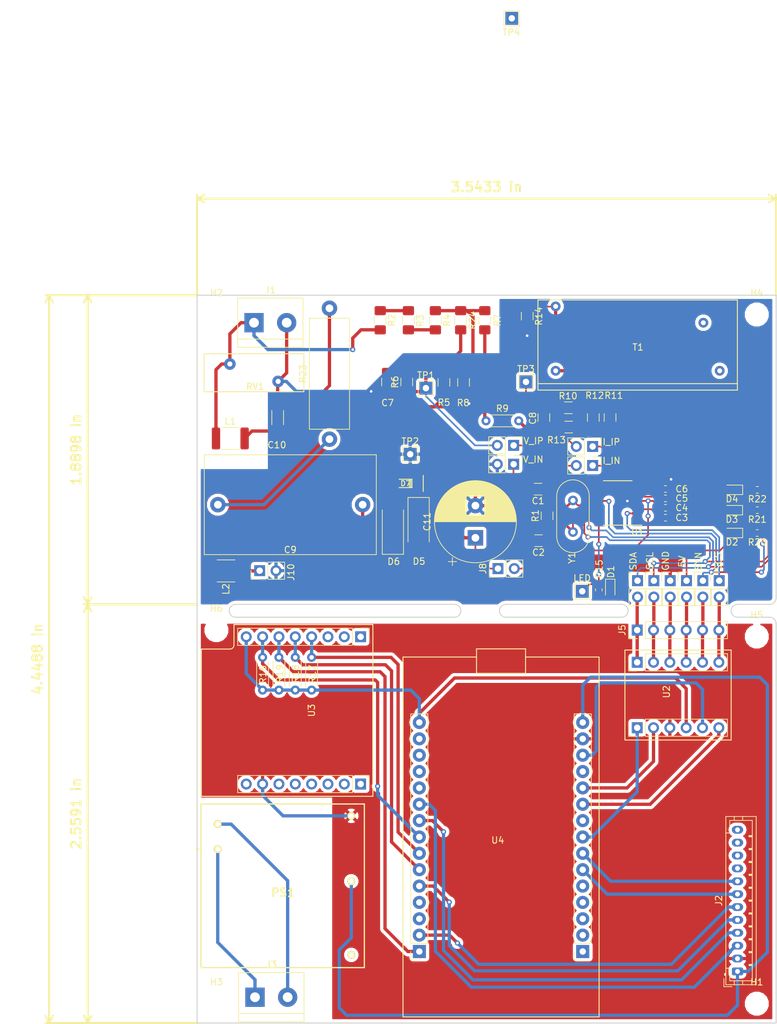
<source format=kicad_pcb>
(kicad_pcb (version 20171130) (host pcbnew 5.0.2-bee76a0~70~ubuntu18.04.1)
  (layers (0 F.Cu signal) (31 B.Cu signal) (34 B.Paste user) (35 F.Paste user) (36 B.SilkS user) (37 F.SilkS user) (38 B.Mask user) (39 F.Mask user) (44 Edge.Cuts user))
  (net 0 "")
  (net 1 "Net-(C1-Pad1)")
  (net 2 "Net-(C2-Pad1)")
  (net 3 "Net-(C3-Pad1)")
  (net 4 +5V)
  (net 5 "Net-(C5-Pad2)")
  (net 6 "Net-(C6-Pad2)")
  (net 7 V_IN)
  (net 8 "Net-(C7-Pad1)")
  (net 9 I_IP1)
  (net 10 I_IN1)
  (net 11 "Net-(D1-Pad2)")
  (net 12 /L)
  (net 13 ESP32_TX)
  (net 14 ESP32_RX)
  (net 15 B1)
  (net 16 B2)
  (net 17 B3)
  (net 18 B4)
  (net 19 "Net-(J2-Pad9)")
  (net 20 STPM10_LED)
  (net 21 "Net-(PS1-Pad3)")
  (net 22 "Net-(R2-Pad1)")
  (net 23 "Net-(R3-Pad1)")
  (net 24 V_IP)
  (net 25 "Net-(R7-Pad2)")
  (net 26 "Net-(R10-Pad2)")
  (net 27 "Net-(R11-Pad2)")
  (net 28 STPM10_SCS)
  (net 29 STPM10_SYN)
  (net 30 STPM10_SCL)
  (net 31 STPM10_SDA)
  (net 32 +3V3)
  (net 33 "Net-(U3-Pad1)")
  (net 34 "Net-(U3-Pad2)")
  (net 35 "Net-(U3-Pad3)")
  (net 36 "Net-(U3-Pad16)")
  (net 37 "Net-(U3-Pad13)")
  (net 38 "Net-(U3-Pad14)")
  (net 39 "Net-(U3-Pad11)")
  (net 40 "Net-(U3-Pad12)")
  (net 41 "Net-(U3-Pad15)")
  (net 42 "Net-(U3-Pad9)")
  (net 43 "Net-(U4-Pad1)")
  (net 44 "Net-(U4-Pad2)")
  (net 45 "Net-(U4-Pad3)")
  (net 46 "Net-(U4-Pad4)")
  (net 47 "Net-(U4-Pad5)")
  (net 48 "Net-(U4-Pad9)")
  (net 49 "Net-(U4-Pad12)")
  (net 50 "Net-(U4-Pad18)")
  (net 51 "Net-(U4-Pad28)")
  (net 52 "Net-(U4-Pad17)")
  (net 53 "Net-(U4-Pad19)")
  (net 54 "Net-(U4-Pad20)")
  (net 55 "Net-(U4-Pad27)")
  (net 56 "Net-(U1-Pad1)")
  (net 57 "Net-(U1-Pad2)")
  (net 58 "Net-(J2-Pad10)")
  (net 59 "Net-(J2-Pad11)")
  (net 60 /CLK)
  (net 61 /MISO)
  (net 62 /CS)
  (net 63 /MOSI)
  (net 64 "Net-(D4-Pad1)")
  (net 65 "Net-(D3-Pad1)")
  (net 66 "Net-(D2-Pad1)")
  (net 67 GNDD)
  (net 68 "Net-(J3-Pad1)")
  (net 69 "Net-(J3-Pad2)")
  (net 70 "Net-(C9-Pad2)")
  (net 71 "Net-(C10-Pad1)")
  (net 72 "Net-(R24-Pad2)")
  (net 73 +5VD)
  (net 74 "Net-(C9-Pad1)")
  (net 75 "Net-(U1-Pad12)")
  (net 76 "Net-(U1-Pad11)")
  (net 77 "Net-(J2-Pad12)")
  (net 78 GND)
  (net 79 ESP32_SDA)
  (net 80 ESP32_SCL)
  (net 81 ESP32_SYN)
  (net 82 ESP32_SCS)
  (net 83 GNDREF)
  (net 84 "Net-(C8-Pad1)")
  (net 85 "Net-(J11-Pad2)")
  (net 86 "Net-(C8-Pad2)")
  (net 87 "Net-(J6-Pad1)")
  (net 88 "Net-(C11-Pad1)")
  (net 89 "Net-(J10-Pad1)")
  (net 90 "Net-(J9-Pad1)")
  (net 91 "Net-(J12-Pad1)")
  (net 92 "Net-(J7-Pad1)")
  (net 93 "Net-(U2-Pad10)")
  (net 94 GNDB)
  (net 95 5VB)
  (module Connector_PinHeader_2.54mm:PinHeader_1x02_P2.54mm_Vertical (layer F.Cu) (at 89.08 57.327)
    (fp_text reference J4 hide)
    (fp_text value Conn_01x02)
    (pad 1 thru_hole rect (at 0 0) (size 1.7 1.7) (drill 1) (layers *.Cu *.Mask) (net 95 5VB))
    (pad 2 thru_hole oval (at 0 2.54) (size 1.7 1.7) (drill 1) (layers *.Cu *.Mask) (net 4 +5V))
  )
  (module Connector_PinHeader_2.54mm:PinHeader_1x02_P2.54mm_Vertical (layer F.Cu) (at 86.54 57.327)
    (fp_text reference J16 hide)
    (fp_text value Conn_01x02)
    (pad 1 thru_hole rect (at 0 0) (size 1.7 1.7) (drill 1) (layers *.Cu *.Mask) (net 78 GND))
    (pad 2 thru_hole oval (at 0 2.54) (size 1.7 1.7) (drill 1) (layers *.Cu *.Mask) (net 94 GNDB))
  )
  (module Connector_PinHeader_2.54mm:PinHeader_1x02_P2.54mm_Vertical (layer F.Cu) (at 81.46 57.327)
    (fp_text reference J6 hide)
    (fp_text value Conn_01x02)
    (pad 2 thru_hole oval (at 0 2.54) (size 1.7 1.7) (drill 1) (layers *.Cu *.Mask) (net 31 STPM10_SDA))
    (pad 1 thru_hole rect (at 0 0) (size 1.7 1.7) (drill 1) (layers *.Cu *.Mask) (net 87 "Net-(J6-Pad1)"))
  )
  (module Connector_PinHeader_2.54mm:PinHeader_1x02_P2.54mm_Vertical (layer F.Cu) (at 94.16 57.327)
    (fp_text reference J7 hide)
    (fp_text value Conn_01x02)
    (pad 1 thru_hole rect (at 0 0) (size 1.7 1.7) (drill 1) (layers *.Cu *.Mask) (net 92 "Net-(J7-Pad1)"))
    (pad 2 thru_hole oval (at 0 2.54) (size 1.7 1.7) (drill 1) (layers *.Cu *.Mask) (net 28 STPM10_SCS))
  )
  (module Connector_PinHeader_2.54mm:PinHeader_1x02_P2.54mm_Vertical (layer F.Cu) (at 84 57.327)
    (fp_text reference J9 hide)
    (fp_text value Conn_01x02)
    (pad 2 thru_hole oval (at 0 2.54) (size 1.7 1.7) (drill 1) (layers *.Cu *.Mask) (net 30 STPM10_SCL))
    (pad 1 thru_hole rect (at 0 0) (size 1.7 1.7) (drill 1) (layers *.Cu *.Mask) (net 90 "Net-(J9-Pad1)"))
  )
  (module Connector_PinHeader_2.54mm:PinHeader_1x02_P2.54mm_Vertical (layer F.Cu) (at 91.62 57.327)
    (fp_text reference J12 hide)
    (fp_text value Conn_01x02)
    (pad 1 thru_hole rect (at 0 0) (size 1.7 1.7) (drill 1) (layers *.Cu *.Mask) (net 91 "Net-(J12-Pad1)"))
    (pad 2 thru_hole oval (at 0 2.54) (size 1.7 1.7) (drill 1) (layers *.Cu *.Mask) (net 29 STPM10_SYN))
  )
  (module Inductor_SMD:L_1812_4532Metric_Pad1.30x3.40mm_HandSolder (layer F.Cu) (at 17.4958 55.8117 180)
    (fp_text reference L2 (at 0 -2.8194 90) (layer F.SilkS))
    (fp_text value 1uH)
    (pad 1 smd roundrect (at -2.225 0 180) (size 1.3 3.4) (layers F.Cu F.Paste F.Mask) (roundrect_rratio 0.192308) (net 89 "Net-(J10-Pad1)"))
    (pad 2 smd roundrect (at 2.225 0 180) (size 1.3 3.4) (layers F.Cu F.Paste F.Mask) (roundrect_rratio 0.192308) (net 78 GND))
  )
  (module Connector_PinHeader_2.54mm:PinHeader_1x02_P2.54mm_Vertical (layer F.Cu) (at 62.2046 39.243 270)
    (fp_text reference J13 hide)
    (fp_text value Conn_01x02)
    (pad 2 thru_hole oval (at 0 2.54 270) (size 1.7 1.7) (drill 1) (layers *.Cu *.Mask) (net 83 GNDREF))
    (pad 1 thru_hole rect (at 0 0 270) (size 1.7 1.7) (drill 1) (layers *.Cu *.Mask) (net 7 V_IN))
  )
  (module Connector_PinHeader_2.54mm:PinHeader_1x02_P2.54mm_Vertical (layer F.Cu) (at 74.4855 36.4871 270)
    (fp_text reference J14 hide)
    (fp_text value Conn_01x02)
    (pad 1 thru_hole rect (at 0 0 270) (size 1.7 1.7) (drill 1) (layers *.Cu *.Mask) (net 9 I_IP1))
    (pad 2 thru_hole oval (at 0 2.54 270) (size 1.7 1.7) (drill 1) (layers *.Cu *.Mask) (net 84 "Net-(C8-Pad1)"))
  )
  (module Connector_PinHeader_2.54mm:PinHeader_1x02_P2.54mm_Vertical (layer F.Cu) (at 74.4855 39.4462 270)
    (fp_text reference J15 hide)
    (fp_text value Conn_01x02)
    (pad 2 thru_hole oval (at 0 2.54 270) (size 1.7 1.7) (drill 1) (layers *.Cu *.Mask) (net 86 "Net-(C8-Pad2)"))
    (pad 1 thru_hole rect (at 0 0 270) (size 1.7 1.7) (drill 1) (layers *.Cu *.Mask) (net 10 I_IN1))
  )
  (module Connector_PinHeader_2.54mm:PinHeader_1x02_P2.54mm_Vertical (layer F.Cu) (at 62.2046 36.322 270)
    (fp_text reference J11 hide)
    (fp_text value Conn_01x02)
    (pad 1 thru_hole rect (at 0 0 270) (size 1.7 1.7) (drill 1) (layers *.Cu *.Mask) (net 24 V_IP))
    (pad 2 thru_hole oval (at 0 2.54 270) (size 1.7 1.7) (drill 1) (layers *.Cu *.Mask) (net 85 "Net-(J11-Pad2)"))
  )
  (module Connector_PinHeader_2.54mm:PinHeader_1x02_P2.54mm_Vertical (layer F.Cu) (at 22.7282 55.7736 90)
    (fp_text reference J10 (at -0.2286 4.8641 270) (layer F.SilkS))
    (fp_text value Conn_01x02)
    (pad 2 thru_hole oval (at 0 2.54 90) (size 1.7 1.7) (drill 1) (layers *.Cu *.Mask) (net 83 GNDREF))
    (pad 1 thru_hole rect (at 0 0 90) (size 1.7 1.7) (drill 1) (layers *.Cu *.Mask) (net 89 "Net-(J10-Pad1)"))
  )
  (module Connector_PinHeader_2.54mm:PinHeader_1x02_P2.54mm_Vertical (layer F.Cu) (at 59.7662 55.4482 90)
    (fp_text reference J8 (at 0 -2.33 90) (layer F.SilkS))
    (fp_text value Conn_01x02)
    (pad 2 thru_hole oval (at 0 2.54 90) (size 1.7 1.7) (drill 1) (layers *.Cu *.Mask) (net 4 +5V))
    (pad 1 thru_hole rect (at 0 0 90) (size 1.7 1.7) (drill 1) (layers *.Cu *.Mask) (net 88 "Net-(C11-Pad1)"))
  )
  (module MountingHole:MountingHole_2.7mm_M2.5_DIN965 (layer F.Cu) (at 100 66)
    (fp_text reference H5 (at 0 -3.35) (layer F.SilkS))
    (fp_text value MountingHole)
    (pad 1 np_thru_hole circle (at 0 0) (size 2.7 2.7) (drill 2.7) (layers *.Cu *.Mask))
  )
  (module MountingHole:MountingHole_2.7mm_M2.5_DIN965 (layer F.Cu) (at 16 65)
    (fp_text reference H6 (at 0 -3.35) (layer F.SilkS))
    (fp_text value MountingHole)
    (pad 1 np_thru_hole circle (at 0 0) (size 2.7 2.7) (drill 2.7) (layers *.Cu *.Mask))
  )
  (module TestPoint:TestPoint_THTPad_2.0x2.0mm_Drill1.0mm (layer F.Cu) (at 72.8748 58.978)
    (fp_text reference TP5 hide)
    (fp_text value TestPoint)
    (pad 1 thru_hole rect (at 0 0) (size 2 2) (drill 1) (layers *.Cu *.Mask) (net 20 STPM10_LED))
  )
  (module Resistor_THT:R_Axial_DIN0617_L17.0mm_D6.0mm_P20.32mm_Horizontal (layer F.Cu) (at 33.574 35.352 90)
    (fp_text reference R23 (at 10.16 -4.12 90) (layer F.SilkS))
    (fp_text value "82R 2W")
    (pad 1 thru_hole circle (at 0 0 90) (size 2.4 2.4) (drill 1.2) (layers *.Cu *.Mask) (net 70 "Net-(C9-Pad2)"))
    (pad 2 thru_hole oval (at 20.32 0 90) (size 2.4 2.4) (drill 1.2) (layers *.Cu *.Mask) (net 71 "Net-(C10-Pad1)"))
  )
  (module Connector_PinHeader_2.54mm:PinHeader_1x06_P2.54mm_Vertical (layer F.Cu) (at 81.407 65 90)
    (fp_text reference J5 (at 0 -2.33 90) (layer F.SilkS))
    (fp_text value Conn_01x06)
    (pad 1 thru_hole rect (at 0 0 90) (size 1.7 1.7) (drill 1) (layers *.Cu *.Mask) (net 31 STPM10_SDA))
    (pad 2 thru_hole oval (at 0 2.54 90) (size 1.7 1.7) (drill 1) (layers *.Cu *.Mask) (net 30 STPM10_SCL))
    (pad 3 thru_hole oval (at 0 5.08 90) (size 1.7 1.7) (drill 1) (layers *.Cu *.Mask) (net 94 GNDB))
    (pad 4 thru_hole oval (at 0 7.62 90) (size 1.7 1.7) (drill 1) (layers *.Cu *.Mask) (net 95 5VB))
    (pad 5 thru_hole oval (at 0 10.16 90) (size 1.7 1.7) (drill 1) (layers *.Cu *.Mask) (net 29 STPM10_SYN))
    (pad 6 thru_hole oval (at 0 12.7 90) (size 1.7 1.7) (drill 1) (layers *.Cu *.Mask) (net 28 STPM10_SCS))
  )
  (module CT:T60404-E4624-X501 (layer F.Cu) (at 81.4832 21.2344)
    (fp_text reference T1 (at 0.0508 -0.1524) (layer F.SilkS))
    (fp_text value T60404-E4624-X501)
    (pad 4 thru_hole circle (at -12.75 3.5) (size 1.524 1.524) (drill 0.762) (layers *.Cu *.Mask) (net 26 "Net-(R10-Pad2)"))
    (pad 1 thru_hole circle (at -12.75 -6.5) (size 1.524 1.524) (drill 0.762) (layers *.Cu *.Mask) (net 27 "Net-(R11-Pad2)"))
    (pad 3 thru_hole circle (at 12.75 3.5) (size 1.524 1.524) (drill 0.762) (layers *.Cu *.Mask))
    (pad 2 thru_hole circle (at 10.21 -3.96) (size 1.524 1.524) (drill 0.762) (layers *.Cu *.Mask))
  )
  (module ESP32:ESP32_DOIT_v1 (layer F.Cu) (at 60.244 97.122 180)
    (fp_text reference U4 (at 0.508 -0.508 180) (layer F.SilkS))
    (fp_text value DOIT_ESP32_Devkit_v1-MCU_Module_Custom)
    (pad 1 thru_hole rect (at -12.7 -17.78 180) (size 2.032 2.032) (drill 1) (layers *.Cu *.Mask) (net 43 "Net-(U4-Pad1)"))
    (pad 2 thru_hole oval (at -12.7 -15.24 180) (size 2.032 2.032) (drill 1) (layers *.Cu *.Mask) (net 44 "Net-(U4-Pad2)"))
    (pad 3 thru_hole oval (at -12.7 -12.7 180) (size 2.032 2.032) (drill 1) (layers *.Cu *.Mask) (net 45 "Net-(U4-Pad3)"))
    (pad 4 thru_hole oval (at -12.7 -10.16 180) (size 2.032 2.032) (drill 1) (layers *.Cu *.Mask) (net 46 "Net-(U4-Pad4)"))
    (pad 5 thru_hole oval (at -12.7 -7.62 180) (size 2.032 2.032) (drill 1) (layers *.Cu *.Mask) (net 47 "Net-(U4-Pad5)"))
    (pad 6 thru_hole oval (at -12.7 -5.08 180) (size 2.032 2.032) (drill 1) (layers *.Cu *.Mask) (net 17 B3))
    (pad 7 thru_hole oval (at -12.7 -2.54 180) (size 2.032 2.032) (drill 1) (layers *.Cu *.Mask) (net 18 B4))
    (pad 8 thru_hole oval (at -12.7 0 180) (size 2.032 2.032) (drill 1) (layers *.Cu *.Mask) (net 79 ESP32_SDA))
    (pad 9 thru_hole oval (at -12.7 2.54 180) (size 2.032 2.032) (drill 1) (layers *.Cu *.Mask) (net 48 "Net-(U4-Pad9)"))
    (pad 10 thru_hole oval (at -12.7 5.08 180) (size 2.032 2.032) (drill 1) (layers *.Cu *.Mask) (net 82 ESP32_SCS))
    (pad 11 thru_hole oval (at -12.7 7.62 180) (size 2.032 2.032) (drill 1) (layers *.Cu *.Mask) (net 80 ESP32_SCL))
    (pad 12 thru_hole oval (at -12.7 10.16 180) (size 2.032 2.032) (drill 1) (layers *.Cu *.Mask) (net 49 "Net-(U4-Pad12)"))
    (pad 13 thru_hole oval (at -12.7 12.7 180) (size 2.032 2.032) (drill 1) (layers *.Cu *.Mask) (net 81 ESP32_SYN))
    (pad 14 thru_hole oval (at -12.7 15.24 180) (size 2.032 2.032) (drill 1) (layers *.Cu *.Mask) (net 67 GNDD))
    (pad 15 thru_hole oval (at -12.7 17.78 180) (size 2.032 2.032) (drill 1) (layers *.Cu *.Mask) (net 73 +5VD))
    (pad 25 thru_hole oval (at 12.7 -5.08 180) (size 2.032 2.032) (drill 1) (layers *.Cu *.Mask) (net 61 /MISO))
    (pad 29 thru_hole oval (at 12.7 -15.24 180) (size 2.032 2.032) (drill 1) (layers *.Cu *.Mask) (net 16 B2))
    (pad 24 thru_hole oval (at 12.7 -2.54 180) (size 2.032 2.032) (drill 1) (layers *.Cu *.Mask) (net 60 /CLK))
    (pad 18 thru_hole oval (at 12.7 12.7 180) (size 2.032 2.032) (drill 1) (layers *.Cu *.Mask) (net 50 "Net-(U4-Pad18)"))
    (pad 28 thru_hole oval (at 12.7 -12.7 180) (size 2.032 2.032) (drill 1) (layers *.Cu *.Mask) (net 51 "Net-(U4-Pad28)"))
    (pad 30 thru_hole rect (at 12.7 -17.78 180) (size 2.032 2.032) (drill 1) (layers *.Cu *.Mask) (net 63 /MOSI))
    (pad 17 thru_hole oval (at 12.7 15.24 180) (size 2.032 2.032) (drill 1) (layers *.Cu *.Mask) (net 52 "Net-(U4-Pad17)"))
    (pad 23 thru_hole oval (at 12.7 0 180) (size 2.032 2.032) (drill 1) (layers *.Cu *.Mask) (net 62 /CS))
    (pad 19 thru_hole oval (at 12.7 10.16 180) (size 2.032 2.032) (drill 1) (layers *.Cu *.Mask) (net 53 "Net-(U4-Pad19)"))
    (pad 22 thru_hole oval (at 12.7 2.54 180) (size 2.032 2.032) (drill 1) (layers *.Cu *.Mask) (net 13 ESP32_TX))
    (pad 20 thru_hole oval (at 12.7 7.62 180) (size 2.032 2.032) (drill 1) (layers *.Cu *.Mask) (net 54 "Net-(U4-Pad20)"))
    (pad 21 thru_hole oval (at 12.7 5.08 180) (size 2.032 2.032) (drill 1) (layers *.Cu *.Mask) (net 14 ESP32_RX))
    (pad 27 thru_hole oval (at 12.7 -10.16 180) (size 2.032 2.032) (drill 1) (layers *.Cu *.Mask) (net 55 "Net-(U4-Pad27)"))
    (pad 16 thru_hole oval (at 12.7 17.78 180) (size 2.032 2.032) (drill 1) (layers *.Cu *.Mask) (net 32 +3V3))
    (pad 26 thru_hole oval (at 12.7 -7.62 180) (size 2.032 2.032) (drill 1) (layers *.Cu *.Mask) (net 15 B1))
  )
  (module RAC05-05SK:RAC05-12SK (layer F.Cu) (at 39 92)
    (fp_text reference PS1 (at -12.625 13.764) (layer F.SilkS) (effects (font (size 1.27 1.27) (thickness 0.254))))
    (fp_text value RAC05-05SK hide)
    (pad 1 thru_hole circle (at -22.79 7.03 90) (size 1.21 1.21) (drill 0.71) (layers *.Cu *.Mask F.SilkS) (net 68 "Net-(J3-Pad1)"))
    (pad 2 thru_hole circle (at -22.79 3.13 90) (size 1.21 1.21) (drill 0.71) (layers *.Cu *.Mask F.SilkS) (net 69 "Net-(J3-Pad2)"))
    (pad 3 thru_hole circle (at -2.03 23.43 90) (size 1.21 1.21) (drill 0.71) (layers *.Cu *.Mask F.SilkS) (net 21 "Net-(PS1-Pad3)"))
    (pad 4 thru_hole circle (at -2.03 12 90) (size 1.21 1.21) (drill 0.71) (layers *.Cu *.Mask F.SilkS) (net 73 +5VD))
    (pad 5 thru_hole circle (at -2.03 1.84 90) (size 1.21 1.21) (drill 0.71) (layers *.Cu *.Mask F.SilkS) (net 67 GNDD))
  )
  (module Resistor_SMD:R_1206_3216Metric_Pad1.42x1.75mm_HandSolder (layer F.Cu) (at 54.4195 26.543 270)
    (fp_text reference R8 (at 3.166658 0.055441) (layer F.SilkS))
    (fp_text value 100)
    (pad 2 smd roundrect (at 1.4875 0 270) (size 1.425 1.75) (layers F.Cu F.Paste F.Mask) (roundrect_rratio 0.175439) (net 83 GNDREF))
    (pad 1 smd roundrect (at -1.4875 0 270) (size 1.425 1.75) (layers F.Cu F.Paste F.Mask) (roundrect_rratio 0.175439) (net 25 "Net-(R7-Pad2)"))
  )
  (module Resistor_SMD:R_1206_3216Metric_Pad1.42x1.75mm_HandSolder (layer F.Cu) (at 53.975 16.891 90)
    (fp_text reference R24 (at 0 1.8415 270) (layer F.SilkS))
    (fp_text value 0R)
    (pad 1 smd roundrect (at -1.4875 0 90) (size 1.425 1.75) (layers F.Cu F.Paste F.Mask) (roundrect_rratio 0.175439) (net 85 "Net-(J11-Pad2)"))
    (pad 2 smd roundrect (at 1.4875 0 90) (size 1.425 1.75) (layers F.Cu F.Paste F.Mask) (roundrect_rratio 0.175439) (net 72 "Net-(R24-Pad2)"))
  )
  (module Capacitor_SMD:C_1206_3216Metric_Pad1.42x1.75mm_HandSolder (layer F.Cu) (at 42.6085 26.4795 270)
    (fp_text reference C7 (at 3.230158 -0.008059) (layer F.SilkS))
    (fp_text value 22nF)
    (pad 2 smd roundrect (at 1.4875 0 270) (size 1.425 1.75) (layers F.Cu F.Paste F.Mask) (roundrect_rratio 0.175439) (net 83 GNDREF))
    (pad 1 smd roundrect (at -1.4875 0 270) (size 1.425 1.75) (layers F.Cu F.Paste F.Mask) (roundrect_rratio 0.175439) (net 8 "Net-(C7-Pad1)"))
  )
  (module Resistor_SMD:R_1206_3216Metric_Pad1.42x1.75mm_HandSolder (layer F.Cu) (at 57.7215 16.891 270)
    (fp_text reference R7 (at 0 -1.9685 270) (layer F.SilkS))
    (fp_text value 43K)
    (pad 2 smd roundrect (at 1.4875 0 270) (size 1.425 1.75) (layers F.Cu F.Paste F.Mask) (roundrect_rratio 0.175439) (net 25 "Net-(R7-Pad2)"))
    (pad 1 smd roundrect (at -1.4875 0 270) (size 1.425 1.75) (layers F.Cu F.Paste F.Mask) (roundrect_rratio 0.175439) (net 72 "Net-(R24-Pad2)"))
  )
  (module Capacitor_THT:CP_Radial_D12.5mm_P5.00mm (layer F.Cu) (at 56.261 50.673 90)
    (fp_text reference C11 (at 2.5 -7.5 90) (layer F.SilkS))
    (fp_text value 4700uF)
    (pad 1 thru_hole rect (at 0 0 90) (size 2.4 2.4) (drill 1.2) (layers *.Cu *.Mask) (net 88 "Net-(C11-Pad1)"))
    (pad 2 thru_hole circle (at 5 0 90) (size 2.4 2.4) (drill 1.2) (layers *.Cu *.Mask) (net 83 GNDREF))
  )
  (module Capacitor_SMD:C_1806_4516Metric_Pad1.57x1.80mm_HandSolder (layer F.Cu) (at 25.527 32.004 90)
    (fp_text reference C10 (at -4.2545 -0.127 180) (layer F.SilkS))
    (fp_text value 1nF)
    (pad 1 smd roundrect (at -2.0875 0 90) (size 1.575 1.8) (layers F.Cu F.Paste F.Mask) (roundrect_rratio 0.15873) (net 71 "Net-(C10-Pad1)"))
    (pad 2 smd roundrect (at 2.0875 0 90) (size 1.575 1.8) (layers F.Cu F.Paste F.Mask) (roundrect_rratio 0.15873) (net 83 GNDREF))
  )
  (module Diode_SMD:D_SMA_Handsoldering (layer F.Cu) (at 47.4345 48.808 270)
    (fp_text reference D5 (at 5.5245 -0.0635) (layer F.SilkS))
    (fp_text value "600V 1A")
    (pad 2 smd rect (at 2.5 0 270) (size 3.5 1.8) (layers F.Cu F.Paste F.Mask) (net 74 "Net-(C9-Pad1)"))
    (pad 1 smd rect (at -2.5 0 270) (size 3.5 1.8) (layers F.Cu F.Paste F.Mask) (net 88 "Net-(C11-Pad1)"))
  )
  (module Diode_SMD:D_SMA_Handsoldering (layer F.Cu) (at 43.434 48.8315 90)
    (fp_text reference D6 (at -5.5245 0.127 180) (layer F.SilkS))
    (fp_text value "600V 1A")
    (pad 1 smd rect (at -2.5 0 90) (size 3.5 1.8) (layers F.Cu F.Paste F.Mask) (net 74 "Net-(C9-Pad1)"))
    (pad 2 smd rect (at 2.5 0 90) (size 3.5 1.8) (layers F.Cu F.Paste F.Mask) (net 83 GNDREF))
  )
  (module Inductor_SMD:L_1812_4532Metric_Pad1.30x3.40mm_HandSolder (layer F.Cu) (at 18.161 35.2425)
    (fp_text reference L1 (at 0 -2.65) (layer F.SilkS))
    (fp_text value 220uH)
    (pad 1 smd roundrect (at -2.225 0) (size 1.3 3.4) (layers F.Cu F.Paste F.Mask) (roundrect_rratio 0.192308) (net 12 /L))
    (pad 2 smd roundrect (at 2.225 0) (size 1.3 3.4) (layers F.Cu F.Paste F.Mask) (roundrect_rratio 0.192308) (net 71 "Net-(C10-Pad1)"))
  )
  (module Layer1:C_Rect_L26.5mm_W15.5mm_P22.50mm_MKS4 (layer F.Cu) (at 38.735 45.5295 180)
    (fp_text reference C9 (at 11.25 -7 180) (layer F.SilkS))
    (fp_text value "470nF 630V")
    (pad 1 thru_hole circle (at 0 0 180) (size 2.4 2.4) (drill 1.2) (layers *.Cu *.Mask) (net 74 "Net-(C9-Pad1)"))
    (pad 2 thru_hole circle (at 22.5 0 180) (size 2.4 2.4) (drill 1.2) (layers *.Cu *.Mask) (net 70 "Net-(C9-Pad2)"))
  )
  (module Layer1:SOD-80 (layer F.Cu) (at 45.4025 42.2275 180)
    (fp_text reference D7 (at 0 0 180) (layer F.SilkS) (effects (font (size 0.8 0.8))))
    (fp_text value 5.1V)
    (pad 2 smd rect (at 1.875 0 180) (size 1.25 2) (layers F.Cu F.Paste F.Mask) (net 83 GNDREF))
    (pad 1 smd rect (at -1.875 0 180) (size 1.25 2) (layers F.Cu F.Paste F.Mask) (net 88 "Net-(C11-Pad1)"))
  )
  (module TerminalBlock:TerminalBlock_bornier-2_P5.08mm (layer F.Cu) (at 22 122)
    (fp_text reference J3 (at 2.54 -5.08) (layer F.SilkS))
    (fp_text value Screw_Terminal_01x02)
    (pad 1 thru_hole rect (at 0 0) (size 3 3) (drill 1.52) (layers *.Cu *.Mask) (net 68 "Net-(J3-Pad1)"))
    (pad 2 thru_hole circle (at 5.08 0) (size 3 3) (drill 1.52) (layers *.Cu *.Mask) (net 69 "Net-(J3-Pad2)"))
  )
  (module Capacitor_SMD:C_0603_1608Metric_Pad1.05x0.95mm_HandSolder (layer F.Cu) (at 85.8012 47.5488)
    (fp_text reference C3 (at 2.54 0) (layer F.SilkS))
    (fp_text value 1uF)
    (pad 1 smd roundrect (at -0.875 0) (size 1.05 0.95) (layers F.Cu F.Paste F.Mask) (net 3 "Net-(C3-Pad1)"))
    (pad 2 smd roundrect (at 0.875 0) (size 1.05 0.95) (layers F.Cu F.Paste F.Mask) (net 83 GNDREF))
  )
  (module Capacitor_SMD:C_0603_1608Metric_Pad1.05x0.95mm_HandSolder (layer F.Cu) (at 85.8012 46.0121)
    (fp_text reference C4 (at 2.54 0) (layer F.SilkS))
    (fp_text value 1uF)
    (pad 2 smd roundrect (at 0.875 0) (size 1.05 0.95) (layers F.Cu F.Paste F.Mask) (net 83 GNDREF))
    (pad 1 smd roundrect (at -0.875 0) (size 1.05 0.95) (layers F.Cu F.Paste F.Mask) (net 4 +5V))
  )
  (module Capacitor_SMD:C_0603_1608Metric_Pad1.05x0.95mm_HandSolder (layer F.Cu) (at 85.8012 44.5516 180)
    (fp_text reference C5 (at -2.54 0 180) (layer F.SilkS))
    (fp_text value 1uF)
    (pad 1 smd roundrect (at -0.875 0 180) (size 1.05 0.95) (layers F.Cu F.Paste F.Mask) (net 83 GNDREF))
    (pad 2 smd roundrect (at 0.875 0 180) (size 1.05 0.95) (layers F.Cu F.Paste F.Mask) (net 5 "Net-(C5-Pad2)"))
  )
  (module Capacitor_SMD:C_0603_1608Metric_Pad1.05x0.95mm_HandSolder (layer F.Cu) (at 85.8012 43.0911 180)
    (fp_text reference C6 (at -2.54 0 180) (layer F.SilkS))
    (fp_text value 1uF)
    (pad 2 smd roundrect (at 0.875 0 180) (size 1.05 0.95) (layers F.Cu F.Paste F.Mask) (net 6 "Net-(C6-Pad2)"))
    (pad 1 smd roundrect (at -0.875 0 180) (size 1.05 0.95) (layers F.Cu F.Paste F.Mask) (net 83 GNDREF))
  )
  (module LED_SMD:LED_0603_1608Metric_Pad1.05x0.95mm_HandSolder (layer F.Cu) (at 96.14308 49.920798 180)
    (fp_text reference D2 (at 0 -1.43 180) (layer F.SilkS))
    (fp_text value LED_Small)
    (pad 1 smd roundrect (at -0.875 0 180) (size 1.05 0.95) (layers F.Cu F.Paste F.Mask) (net 66 "Net-(D2-Pad1)"))
    (pad 2 smd roundrect (at 0.875 0 180) (size 1.05 0.95) (layers F.Cu F.Paste F.Mask) (net 4 +5V))
  )
  (module LED_SMD:LED_0603_1608Metric_Pad1.05x0.95mm_HandSolder (layer F.Cu) (at 96.12908 46.380798 180)
    (fp_text reference D3 (at 0 -1.43 180) (layer F.SilkS))
    (fp_text value LED_Small)
    (pad 2 smd roundrect (at 0.875 0 180) (size 1.05 0.95) (layers F.Cu F.Paste F.Mask) (net 4 +5V))
    (pad 1 smd roundrect (at -0.875 0 180) (size 1.05 0.95) (layers F.Cu F.Paste F.Mask) (net 65 "Net-(D3-Pad1)"))
  )
  (module LED_SMD:LED_0603_1608Metric_Pad1.05x0.95mm_HandSolder (layer F.Cu) (at 96.14308 43.220798 180)
    (fp_text reference D4 (at 0 -1.43 180) (layer F.SilkS))
    (fp_text value LED_Small)
    (pad 1 smd roundrect (at -0.875 0 180) (size 1.05 0.95) (layers F.Cu F.Paste F.Mask) (net 64 "Net-(D4-Pad1)"))
    (pad 2 smd roundrect (at 0.875 0 180) (size 1.05 0.95) (layers F.Cu F.Paste F.Mask) (net 4 +5V))
  )
  (module Resistor_SMD:R_0603_1608Metric_Pad1.05x0.95mm_HandSolder (layer F.Cu) (at 100.06608 49.920798 180)
    (fp_text reference R20 (at 0 -1.43 180) (layer F.SilkS))
    (fp_text value 6.8K)
    (pad 1 smd roundrect (at -0.875 0 180) (size 1.05 0.95) (layers F.Cu F.Paste F.Mask) (net 91 "Net-(J12-Pad1)"))
    (pad 2 smd roundrect (at 0.875 0 180) (size 1.05 0.95) (layers F.Cu F.Paste F.Mask) (net 66 "Net-(D2-Pad1)"))
  )
  (module Resistor_SMD:R_0603_1608Metric_Pad1.05x0.95mm_HandSolder (layer F.Cu) (at 100.08008 46.380798 180)
    (fp_text reference R21 (at 0 -1.43 180) (layer F.SilkS))
    (fp_text value 6.8K)
    (pad 2 smd roundrect (at 0.875 0 180) (size 1.05 0.95) (layers F.Cu F.Paste F.Mask) (net 65 "Net-(D3-Pad1)"))
    (pad 1 smd roundrect (at -0.875 0 180) (size 1.05 0.95) (layers F.Cu F.Paste F.Mask) (net 90 "Net-(J9-Pad1)"))
  )
  (module Resistor_SMD:R_0603_1608Metric_Pad1.05x0.95mm_HandSolder (layer F.Cu) (at 100.08008 43.220798 180)
    (fp_text reference R22 (at 0 -1.43 180) (layer F.SilkS))
    (fp_text value 6.8K)
    (pad 1 smd roundrect (at -0.875 0 180) (size 1.05 0.95) (layers F.Cu F.Paste F.Mask) (net 87 "Net-(J6-Pad1)"))
    (pad 2 smd roundrect (at 0.875 0 180) (size 1.05 0.95) (layers F.Cu F.Paste F.Mask) (net 64 "Net-(D4-Pad1)"))
  )
  (module Resistor_THT:R_Axial_DIN0204_L3.6mm_D1.6mm_P5.08mm_Horizontal (layer F.Cu) (at 25.7215 69.2305 270)
    (fp_text reference R19 (at 2.54 -0.127 90) (layer F.SilkS))
    (fp_text value 10K)
    (pad 2 thru_hole oval (at 5.08 0 270) (size 1.4 1.4) (drill 0.7) (layers *.Cu *.Mask) (net 32 +3V3))
    (pad 1 thru_hole circle (at 0 0 270) (size 1.4 1.4) (drill 0.7) (layers *.Cu *.Mask) (net 63 /MOSI))
  )
  (module Resistor_THT:R_Axial_DIN0204_L3.6mm_D1.6mm_P5.08mm_Horizontal (layer F.Cu) (at 23.1815 69.2305 270)
    (fp_text reference R16 (at 2.667 -0.0635 90) (layer F.SilkS))
    (fp_text value 10K)
    (pad 2 thru_hole oval (at 5.08 0 270) (size 1.4 1.4) (drill 0.7) (layers *.Cu *.Mask) (net 32 +3V3))
    (pad 1 thru_hole circle (at 0 0 270) (size 1.4 1.4) (drill 0.7) (layers *.Cu *.Mask) (net 62 /CS))
  )
  (module Resistor_THT:R_Axial_DIN0204_L3.6mm_D1.6mm_P5.08mm_Horizontal (layer F.Cu) (at 30.8015 69.2305 270)
    (fp_text reference R17 (at 2.6035 -0.127 270) (layer F.SilkS))
    (fp_text value 10K)
    (pad 2 thru_hole oval (at 5.08 0 270) (size 1.4 1.4) (drill 0.7) (layers *.Cu *.Mask) (net 32 +3V3))
    (pad 1 thru_hole circle (at 0 0 270) (size 1.4 1.4) (drill 0.7) (layers *.Cu *.Mask) (net 60 /CLK))
  )
  (module Resistor_THT:R_Axial_DIN0204_L3.6mm_D1.6mm_P5.08mm_Horizontal (layer F.Cu) (at 28.2615 69.2305 270)
    (fp_text reference R18 (at 2.54 -0.0635 90) (layer F.SilkS))
    (fp_text value 10K)
    (pad 2 thru_hole oval (at 5.08 0 270) (size 1.4 1.4) (drill 0.7) (layers *.Cu *.Mask) (net 32 +3V3))
    (pad 1 thru_hole circle (at 0 0 270) (size 1.4 1.4) (drill 0.7) (layers *.Cu *.Mask) (net 61 /MISO))
  )
  (module LED_SMD:LED_0603_1608Metric_Pad1.05x0.95mm_HandSolder (layer F.Cu) (at 77.2182 58.7494 270)
    (fp_text reference D1 (at -2.794 -0.1016 270) (layer F.SilkS))
    (fp_text value LED)
    (pad 2 smd roundrect (at 0.875 0 270) (size 1.05 0.95) (layers F.Cu F.Paste F.Mask) (net 11 "Net-(D1-Pad2)"))
    (pad 1 smd roundrect (at -0.875 0 270) (size 1.05 0.95) (layers F.Cu F.Paste F.Mask) (net 78 GND))
  )
  (module Resistor_SMD:R_0603_1608Metric_Pad1.05x0.95mm_HandSolder (layer F.Cu) (at 75.4402 58.7494 270)
    (fp_text reference R15 (at -3.2512 -0.0762 270) (layer F.SilkS))
    (fp_text value 2.4K)
    (pad 2 smd roundrect (at 0.875 0 270) (size 1.05 0.95) (layers F.Cu F.Paste F.Mask) (net 11 "Net-(D1-Pad2)"))
    (pad 1 smd roundrect (at -0.875 0 270) (size 1.05 0.95) (layers F.Cu F.Paste F.Mask) (net 20 STPM10_LED))
  )
  (module Resistor_THT:R_Axial_DIN0204_L3.6mm_D1.6mm_P5.08mm_Horizontal (layer F.Cu) (at 57.912 32.512)
    (fp_text reference R9 (at 2.54 -1.92) (layer F.SilkS))
    (fp_text value 2M)
    (pad 2 thru_hole oval (at 5.08 0) (size 1.4 1.4) (drill 0.7) (layers *.Cu *.Mask) (net 86 "Net-(C8-Pad2)"))
    (pad 1 thru_hole circle (at 0 0) (size 1.4 1.4) (drill 0.7) (layers *.Cu *.Mask) (net 25 "Net-(R7-Pad2)"))
  )
  (module MountingHole:MountingHole_2.7mm_M2.5_DIN965 (layer F.Cu) (at 100 16)
    (fp_text reference H4 (at 0 -3.35) (layer F.SilkS))
    (fp_text value MountingHole)
    (pad 1 np_thru_hole circle (at 0 0) (size 2.7 2.7) (drill 2.7) (layers *.Cu *.Mask))
  )
  (module MountingHole:MountingHole_2.7mm_M2.5_DIN965 (layer F.Cu) (at 16 123)
    (fp_text reference H3 (at 0 -3.35) (layer F.SilkS))
    (fp_text value MountingHole)
    (pad 1 np_thru_hole circle (at 0 0) (size 2.7 2.7) (drill 2.7) (layers *.Cu *.Mask))
  )
  (module MountingHole:MountingHole_2.7mm_M2.5_DIN965 (layer F.Cu) (at 16 16)
    (fp_text reference H2 (at 0 -3.35) (layer F.SilkS))
    (fp_text value MountingHole)
    (pad 1 np_thru_hole circle (at 0 0) (size 2.7 2.7) (drill 2.7) (layers *.Cu *.Mask))
  )
  (module MountingHole:MountingHole_2.7mm_M2.5_DIN965 (layer F.Cu) (at 100 123)
    (fp_text reference H1 (at 0 -3.35) (layer F.SilkS))
    (fp_text value MountingHole)
    (pad 1 np_thru_hole circle (at 0 0) (size 2.7 2.7) (drill 2.7) (layers *.Cu *.Mask))
  )
  (module Capacitor_SMD:C_1206_3216Metric_Pad1.42x1.75mm_HandSolder (layer F.Cu) (at 66.00695 43.117696 180)
    (fp_text reference C1 (at 0 -1.82 180) (layer F.SilkS))
    (fp_text value 22pF)
    (pad 1 smd roundrect (at -1.4875 0 180) (size 1.425 1.75) (layers F.Cu F.Paste F.Mask) (roundrect_rratio 0.175439) (net 1 "Net-(C1-Pad1)"))
    (pad 2 smd roundrect (at 1.4875 0 180) (size 1.425 1.75) (layers F.Cu F.Paste F.Mask) (roundrect_rratio 0.175439) (net 83 GNDREF))
  )
  (module Capacitor_SMD:C_1206_3216Metric_Pad1.42x1.75mm_HandSolder (layer F.Cu) (at 66.07045 51.118696 180)
    (fp_text reference C2 (at 0 -1.82 180) (layer F.SilkS))
    (fp_text value 22pF)
    (pad 1 smd roundrect (at -1.4875 0 180) (size 1.425 1.75) (layers F.Cu F.Paste F.Mask) (roundrect_rratio 0.175439) (net 2 "Net-(C2-Pad1)"))
    (pad 2 smd roundrect (at 1.4875 0 180) (size 1.425 1.75) (layers F.Cu F.Paste F.Mask) (roundrect_rratio 0.175439) (net 83 GNDREF))
  )
  (module Capacitor_SMD:C_1206_3216Metric_Pad1.42x1.75mm_HandSolder (layer F.Cu) (at 66.9036 31.991738 270)
    (fp_text reference C8 (at 0.113862 1.7272 90) (layer F.SilkS))
    (fp_text value 10nF)
    (pad 2 smd roundrect (at 1.4875 0 270) (size 1.425 1.75) (layers F.Cu F.Paste F.Mask) (roundrect_rratio 0.175439) (net 86 "Net-(C8-Pad2)"))
    (pad 1 smd roundrect (at -1.4875 0 270) (size 1.425 1.75) (layers F.Cu F.Paste F.Mask) (roundrect_rratio 0.175439) (net 84 "Net-(C8-Pad1)"))
  )
  (module TerminalBlock:TerminalBlock_bornier-2_P5.08mm (layer F.Cu) (at 21.844 17.272)
    (fp_text reference J1 (at 2.54 -5.08) (layer F.SilkS))
    (fp_text value Screw_Terminal_01x02)
    (pad 2 thru_hole circle (at 5.08 0) (size 3 3) (drill 1.52) (layers *.Cu *.Mask) (net 83 GNDREF))
    (pad 1 thru_hole rect (at 0 0) (size 3 3) (drill 1.52) (layers *.Cu *.Mask) (net 12 /L))
  )
  (module Connector_JST:JST_PH_B12B-PH-K_1x12_P2.00mm_Vertical (layer F.Cu) (at 97 118 90)
    (fp_text reference J2 (at 11 -2.9 90) (layer F.SilkS))
    (fp_text value Conn_01x12)
    (pad 12 thru_hole oval (at 22 0 90) (size 1.2 1.75) (drill 0.75) (layers *.Cu *.Mask) (net 77 "Net-(J2-Pad12)"))
    (pad 11 thru_hole oval (at 20 0 90) (size 1.2 1.75) (drill 0.75) (layers *.Cu *.Mask) (net 59 "Net-(J2-Pad11)"))
    (pad 10 thru_hole oval (at 18 0 90) (size 1.2 1.75) (drill 0.75) (layers *.Cu *.Mask) (net 58 "Net-(J2-Pad10)"))
    (pad 9 thru_hole oval (at 16 0 90) (size 1.2 1.75) (drill 0.75) (layers *.Cu *.Mask) (net 19 "Net-(J2-Pad9)"))
    (pad 8 thru_hole oval (at 14 0 90) (size 1.2 1.75) (drill 0.75) (layers *.Cu *.Mask) (net 18 B4))
    (pad 7 thru_hole oval (at 12 0 90) (size 1.2 1.75) (drill 0.75) (layers *.Cu *.Mask) (net 17 B3))
    (pad 6 thru_hole oval (at 10 0 90) (size 1.2 1.75) (drill 0.75) (layers *.Cu *.Mask) (net 16 B2))
    (pad 5 thru_hole oval (at 8 0 90) (size 1.2 1.75) (drill 0.75) (layers *.Cu *.Mask) (net 15 B1))
    (pad 4 thru_hole oval (at 6 0 90) (size 1.2 1.75) (drill 0.75) (layers *.Cu *.Mask) (net 13 ESP32_TX))
    (pad 3 thru_hole oval (at 4 0 90) (size 1.2 1.75) (drill 0.75) (layers *.Cu *.Mask) (net 14 ESP32_RX))
    (pad 2 thru_hole oval (at 2 0 90) (size 1.2 1.75) (drill 0.75) (layers *.Cu *.Mask) (net 67 GNDD))
    (pad 1 thru_hole roundrect (at 0 0 90) (size 1.2 1.75) (drill 0.75) (layers *.Cu *.Mask) (roundrect_rratio 0.208333) (net 73 +5VD))
  )
  (module Resistor_SMD:R_1206_3216Metric_Pad1.42x1.75mm_HandSolder (layer F.Cu) (at 67.40395 47.245196 90)
    (fp_text reference R1 (at 0 -1.82 90) (layer F.SilkS))
    (fp_text value 1M)
    (pad 2 smd roundrect (at 1.4875 0 90) (size 1.425 1.75) (layers F.Cu F.Paste F.Mask) (roundrect_rratio 0.175439) (net 1 "Net-(C1-Pad1)"))
    (pad 1 smd roundrect (at -1.4875 0 90) (size 1.425 1.75) (layers F.Cu F.Paste F.Mask) (roundrect_rratio 0.175439) (net 2 "Net-(C2-Pad1)"))
  )
  (module Resistor_SMD:R_1206_3216Metric_Pad1.42x1.75mm_HandSolder (layer F.Cu) (at 41.4655 16.891 270)
    (fp_text reference R2 (at 0 -1.82 270) (layer F.SilkS))
    (fp_text value 220K)
    (pad 2 smd roundrect (at 1.4875 0 270) (size 1.425 1.75) (layers F.Cu F.Paste F.Mask) (roundrect_rratio 0.175439) (net 12 /L))
    (pad 1 smd roundrect (at -1.4875 0 270) (size 1.425 1.75) (layers F.Cu F.Paste F.Mask) (roundrect_rratio 0.175439) (net 22 "Net-(R2-Pad1)"))
  )
  (module Resistor_SMD:R_1206_3216Metric_Pad1.42x1.75mm_HandSolder (layer F.Cu) (at 45.847 16.891 90)
    (fp_text reference R3 (at -0.0635 1.8415 90) (layer F.SilkS))
    (fp_text value 220K)
    (pad 2 smd roundrect (at 1.4875 0 90) (size 1.425 1.75) (layers F.Cu F.Paste F.Mask) (roundrect_rratio 0.175439) (net 22 "Net-(R2-Pad1)"))
    (pad 1 smd roundrect (at -1.4875 0 90) (size 1.425 1.75) (layers F.Cu F.Paste F.Mask) (roundrect_rratio 0.175439) (net 23 "Net-(R3-Pad1)"))
  )
  (module Resistor_SMD:R_1206_3216Metric_Pad1.42x1.75mm_HandSolder (layer F.Cu) (at 50.038 16.891 270)
    (fp_text reference R4 (at 0 -1.82 270) (layer F.SilkS))
    (fp_text value 220K)
    (pad 2 smd roundrect (at 1.4875 0 270) (size 1.425 1.75) (layers F.Cu F.Paste F.Mask) (roundrect_rratio 0.175439) (net 23 "Net-(R3-Pad1)"))
    (pad 1 smd roundrect (at -1.4875 0 270) (size 1.425 1.75) (layers F.Cu F.Paste F.Mask) (roundrect_rratio 0.175439) (net 72 "Net-(R24-Pad2)"))
  )
  (module Resistor_SMD:R_1206_3216Metric_Pad1.42x1.75mm_HandSolder (layer F.Cu) (at 51.3715 26.543 270)
    (fp_text reference R5 (at 3.1115 0) (layer F.SilkS))
    (fp_text value 390)
    (pad 2 smd roundrect (at 1.4875 0 270) (size 1.425 1.75) (layers F.Cu F.Paste F.Mask) (roundrect_rratio 0.175439) (net 83 GNDREF))
    (pad 1 smd roundrect (at -1.4875 0 270) (size 1.425 1.75) (layers F.Cu F.Paste F.Mask) (roundrect_rratio 0.175439) (net 72 "Net-(R24-Pad2)"))
  )
  (module Resistor_SMD:R_1206_3216Metric_Pad1.42x1.75mm_HandSolder (layer F.Cu) (at 45.593 26.4795 90)
    (fp_text reference R6 (at 0 -1.82 90) (layer F.SilkS))
    (fp_text value 0R)
    (pad 2 smd roundrect (at 1.4875 0 90) (size 1.425 1.75) (layers F.Cu F.Paste F.Mask) (roundrect_rratio 0.175439) (net 8 "Net-(C7-Pad1)"))
    (pad 1 smd roundrect (at -1.4875 0 90) (size 1.425 1.75) (layers F.Cu F.Paste F.Mask) (roundrect_rratio 0.175439) (net 85 "Net-(J11-Pad2)"))
  )
  (module Resistor_SMD:R_1206_3216Metric_Pad1.42x1.75mm_HandSolder (layer F.Cu) (at 70.7136 30.48)
    (fp_text reference R10 (at -0.0508 -1.8288) (layer F.SilkS))
    (fp_text value 1K)
    (pad 2 smd roundrect (at 1.4875 0) (size 1.425 1.75) (layers F.Cu F.Paste F.Mask) (roundrect_rratio 0.175439) (net 26 "Net-(R10-Pad2)"))
    (pad 1 smd roundrect (at -1.4875 0) (size 1.425 1.75) (layers F.Cu F.Paste F.Mask) (roundrect_rratio 0.175439) (net 84 "Net-(C8-Pad1)"))
  )
  (module Resistor_SMD:R_1206_3216Metric_Pad1.42x1.75mm_HandSolder (layer F.Cu) (at 77.195102 31.991738 270)
    (fp_text reference R11 (at -3.415862 -0.579698) (layer F.SilkS))
    (fp_text value 4.7)
    (pad 2 smd roundrect (at 1.4875 0 270) (size 1.425 1.75) (layers F.Cu F.Paste F.Mask) (roundrect_rratio 0.175439) (net 27 "Net-(R11-Pad2)"))
    (pad 1 smd roundrect (at -1.4875 0 270) (size 1.425 1.75) (layers F.Cu F.Paste F.Mask) (roundrect_rratio 0.175439) (net 26 "Net-(R10-Pad2)"))
  )
  (module Resistor_SMD:R_1206_3216Metric_Pad1.42x1.75mm_HandSolder (layer F.Cu) (at 74.5871 31.991738 270)
    (fp_text reference R12 (at -3.415862 -0.2159 180) (layer F.SilkS))
    (fp_text value 4.7)
    (pad 2 smd roundrect (at 1.4875 0 270) (size 1.425 1.75) (layers F.Cu F.Paste F.Mask) (roundrect_rratio 0.175439) (net 27 "Net-(R11-Pad2)"))
    (pad 1 smd roundrect (at -1.4875 0 270) (size 1.425 1.75) (layers F.Cu F.Paste F.Mask) (roundrect_rratio 0.175439) (net 26 "Net-(R10-Pad2)"))
  )
  (module Resistor_SMD:R_1206_3216Metric_Pad1.42x1.75mm_HandSolder (layer F.Cu) (at 70.7644 33.4772)
    (fp_text reference R13 (at -1.905 2.0066) (layer F.SilkS))
    (fp_text value 1K)
    (pad 2 smd roundrect (at 1.4875 0) (size 1.425 1.75) (layers F.Cu F.Paste F.Mask) (roundrect_rratio 0.175439) (net 27 "Net-(R11-Pad2)"))
    (pad 1 smd roundrect (at -1.4875 0) (size 1.425 1.75) (layers F.Cu F.Paste F.Mask) (roundrect_rratio 0.175439) (net 86 "Net-(C8-Pad2)"))
  )
  (module Resistor_SMD:R_1206_3216Metric_Pad1.42x1.75mm_HandSolder (layer F.Cu) (at 64.3128 16.256 270)
    (fp_text reference R14 (at 0 -1.82 270) (layer F.SilkS))
    (fp_text value 0R)
    (pad 1 smd roundrect (at -1.4875 0 270) (size 1.425 1.75) (layers F.Cu F.Paste F.Mask) (roundrect_rratio 0.175439) (net 27 "Net-(R11-Pad2)"))
    (pad 2 smd roundrect (at 1.4875 0 270) (size 1.425 1.75) (layers F.Cu F.Paste F.Mask) (roundrect_rratio 0.175439) (net 83 GNDREF))
  )
  (module Varistor:RV_Disc_D15.5mm_W5.9mm_P7.5mm (layer F.Cu) (at 18.0975 23.6855)
    (fp_text reference RV1 (at 3.937 3.4925) (layer F.SilkS))
    (fp_text value Varistor)
    (pad 2 thru_hole circle (at 7.5 2.7) (size 1.8 1.8) (drill 0.8) (layers *.Cu *.Mask) (net 83 GNDREF))
    (pad 1 thru_hole circle (at 0 0) (size 1.8 1.8) (drill 0.8) (layers *.Cu *.Mask) (net 12 /L))
  )
  (module TestPoint:TestPoint_THTPad_2.0x2.0mm_Drill1.0mm (layer F.Cu) (at 48.5648 27.432)
    (fp_text reference TP1 (at 0 -1.998) (layer F.SilkS))
    (fp_text value TestPoint)
    (pad 1 thru_hole rect (at 0 0) (size 2 2) (drill 1) (layers *.Cu *.Mask) (net 85 "Net-(J11-Pad2)"))
  )
  (module TestPoint:TestPoint_THTPad_2.0x2.0mm_Drill1.0mm (layer F.Cu) (at 46.1264 37.6936)
    (fp_text reference TP2 (at 0 -1.998) (layer F.SilkS))
    (fp_text value TestPoint)
    (pad 1 thru_hole rect (at 0 0) (size 2 2) (drill 1) (layers *.Cu *.Mask) (net 83 GNDREF))
  )
  (module TestPoint:TestPoint_THTPad_2.0x2.0mm_Drill1.0mm (layer F.Cu) (at 64.1175 26.462)
    (fp_text reference TP3 (at 0 -1.998) (layer F.SilkS))
    (fp_text value TestPoint)
    (pad 1 thru_hole rect (at 0 0) (size 2 2) (drill 1) (layers *.Cu *.Mask) (net 84 "Net-(C8-Pad1)"))
  )
  (module TestPoint:TestPoint_THTPad_2.0x2.0mm_Drill1.0mm (layer F.Cu) (at 61.9125 -29.9847)
    (fp_text reference TP4 (at -0.0635 2.159) (layer F.SilkS))
    (fp_text value TestPoint)
    (pad 1 thru_hole rect (at 0 0) (size 2 2) (drill 1) (layers *.Cu *.Mask) (net 86 "Net-(C8-Pad2)"))
  )
  (module Package_SO:TSSOP-20_4.4x6.5mm_P0.65mm (layer F.Cu) (at 78.3844 45.2628 180)
    (fp_text reference U1 (at -3.0988 -4.4704 180) (layer F.SilkS))
    (fp_text value STPM_STPM10BTR)
    (pad 20 smd rect (at 2.95 -2.925 180) (size 1.45 0.45) (layers F.Cu F.Paste F.Mask) (net 20 STPM10_LED))
    (pad 19 smd rect (at 2.95 -2.275 180) (size 1.45 0.45) (layers F.Cu F.Paste F.Mask) (net 87 "Net-(J6-Pad1)"))
    (pad 18 smd rect (at 2.95 -1.625 180) (size 1.45 0.45) (layers F.Cu F.Paste F.Mask) (net 90 "Net-(J9-Pad1)"))
    (pad 17 smd rect (at 2.95 -0.975 180) (size 1.45 0.45) (layers F.Cu F.Paste F.Mask) (net 2 "Net-(C2-Pad1)"))
    (pad 16 smd rect (at 2.95 -0.325 180) (size 1.45 0.45) (layers F.Cu F.Paste F.Mask) (net 1 "Net-(C1-Pad1)"))
    (pad 15 smd rect (at 2.95 0.325 180) (size 1.45 0.45) (layers F.Cu F.Paste F.Mask) (net 91 "Net-(J12-Pad1)"))
    (pad 14 smd rect (at 2.95 0.975 180) (size 1.45 0.45) (layers F.Cu F.Paste F.Mask) (net 7 V_IN))
    (pad 13 smd rect (at 2.95 1.625 180) (size 1.45 0.45) (layers F.Cu F.Paste F.Mask) (net 24 V_IP))
    (pad 12 smd rect (at 2.95 2.275 180) (size 1.45 0.45) (layers F.Cu F.Paste F.Mask) (net 75 "Net-(U1-Pad12)"))
    (pad 11 smd rect (at 2.95 2.925 180) (size 1.45 0.45) (layers F.Cu F.Paste F.Mask) (net 76 "Net-(U1-Pad11)"))
    (pad 10 smd rect (at -2.95 2.925 180) (size 1.45 0.45) (layers F.Cu F.Paste F.Mask) (net 10 I_IN1))
    (pad 9 smd rect (at -2.95 2.275 180) (size 1.45 0.45) (layers F.Cu F.Paste F.Mask) (net 9 I_IP1))
    (pad 8 smd rect (at -2.95 1.625 180) (size 1.45 0.45) (layers F.Cu F.Paste F.Mask) (net 6 "Net-(C6-Pad2)"))
    (pad 7 smd rect (at -2.95 0.975 180) (size 1.45 0.45) (layers F.Cu F.Paste F.Mask) (net 5 "Net-(C5-Pad2)"))
    (pad 6 smd rect (at -2.95 0.325 180) (size 1.45 0.45) (layers F.Cu F.Paste F.Mask) (net 4 +5V))
    (pad 5 smd rect (at -2.95 -0.325 180) (size 1.45 0.45) (layers F.Cu F.Paste F.Mask) (net 83 GNDREF))
    (pad 4 smd rect (at -2.95 -0.975 180) (size 1.45 0.45) (layers F.Cu F.Paste F.Mask) (net 3 "Net-(C3-Pad1)"))
    (pad 3 smd rect (at -2.95 -1.625 180) (size 1.45 0.45) (layers F.Cu F.Paste F.Mask) (net 92 "Net-(J7-Pad1)"))
    (pad 2 smd rect (at -2.95 -2.275 180) (size 1.45 0.45) (layers F.Cu F.Paste F.Mask) (net 57 "Net-(U1-Pad2)"))
    (pad 1 smd rect (at -2.95 -2.925 180) (size 1.45 0.45) (layers F.Cu F.Paste F.Mask) (net 56 "Net-(U1-Pad1)"))
  )
  (module levelshifter:levelshiter (layer F.Cu) (at 86.487 75.08 90)
    (fp_text reference U2 (at 0.508 -0.508 90) (layer F.SilkS))
    (fp_text value level_shifter)
    (pad 1 thru_hole rect (at -5.08 -5.08 90) (size 1.7 1.7) (drill 1) (layers *.Cu *.Mask) (net 79 ESP32_SDA))
    (pad 2 thru_hole oval (at -5.08 -2.54 90) (size 1.7 1.7) (drill 1) (layers *.Cu *.Mask) (net 80 ESP32_SCL))
    (pad 3 thru_hole oval (at -5.08 0 90) (size 1.7 1.7) (drill 1) (layers *.Cu *.Mask) (net 67 GNDD))
    (pad 4 thru_hole oval (at -5.08 2.54 90) (size 1.7 1.7) (drill 1) (layers *.Cu *.Mask) (net 32 +3V3))
    (pad 5 thru_hole oval (at -5.08 5.08 90) (size 1.7 1.7) (drill 1) (layers *.Cu *.Mask) (net 81 ESP32_SYN))
    (pad 6 thru_hole oval (at -5.08 7.62 90) (size 1.7 1.7) (drill 1) (layers *.Cu *.Mask) (net 82 ESP32_SCS))
    (pad 12 thru_hole rect (at 5.08 -5.08 90) (size 1.7 1.7) (drill 1) (layers *.Cu *.Mask) (net 31 STPM10_SDA))
    (pad 9 thru_hole oval (at 5.08 2.54 90) (size 1.7 1.7) (drill 1) (layers *.Cu *.Mask) (net 95 5VB))
    (pad 8 thru_hole oval (at 5.08 5.08 90) (size 1.7 1.7) (drill 1) (layers *.Cu *.Mask) (net 29 STPM10_SYN))
    (pad 11 thru_hole oval (at 5.08 -2.54 90) (size 1.7 1.7) (drill 1) (layers *.Cu *.Mask) (net 30 STPM10_SCL))
    (pad 10 thru_hole oval (at 5.08 0 90) (size 1.7 1.7) (drill 1) (layers *.Cu *.Mask) (net 93 "Net-(U2-Pad10)"))
    (pad 7 thru_hole oval (at 5.08 7.62 90) (size 1.7 1.7) (drill 1) (layers *.Cu *.Mask) (net 28 STPM10_SCS))
  )
  (module SDCard:sdcard (layer F.Cu) (at 29.5315 78.1055 270)
    (fp_text reference U3 (at -0.635 -1.27 270) (layer F.SilkS))
    (fp_text value Micro_SD_Shield)
    (pad 9 thru_hole oval (at 10.795 8.89 270) (size 1.7 1.7) (drill 1) (layers *.Cu *.Mask) (net 42 "Net-(U3-Pad9)"))
    (pad 15 thru_hole oval (at 10.795 -6.35 270) (size 1.7 1.7) (drill 1) (layers *.Cu *.Mask) (net 41 "Net-(U3-Pad15)"))
    (pad 12 thru_hole oval (at 10.795 1.27 270) (size 1.7 1.7) (drill 1) (layers *.Cu *.Mask) (net 40 "Net-(U3-Pad12)"))
    (pad 10 thru_hole oval (at 10.795 6.35 270) (size 1.7 1.7) (drill 1) (layers *.Cu *.Mask) (net 67 GNDD))
    (pad 11 thru_hole oval (at 10.795 3.81 270) (size 1.7 1.7) (drill 1) (layers *.Cu *.Mask) (net 39 "Net-(U3-Pad11)"))
    (pad 14 thru_hole oval (at 10.795 -3.81 270) (size 1.7 1.7) (drill 1) (layers *.Cu *.Mask) (net 38 "Net-(U3-Pad14)"))
    (pad 13 thru_hole oval (at 10.795 -1.27 270) (size 1.7 1.7) (drill 1) (layers *.Cu *.Mask) (net 37 "Net-(U3-Pad13)"))
    (pad 16 thru_hole rect (at 10.795 -8.89 270) (size 1.7 1.7) (drill 1) (layers *.Cu *.Mask) (net 36 "Net-(U3-Pad16)"))
    (pad 8 thru_hole oval (at -12.065 8.89 270) (size 1.7 1.7) (drill 1) (layers *.Cu *.Mask) (net 32 +3V3))
    (pad 7 thru_hole oval (at -12.065 6.35 270) (size 1.7 1.7) (drill 1) (layers *.Cu *.Mask) (net 62 /CS))
    (pad 6 thru_hole oval (at -12.065 3.81 270) (size 1.7 1.7) (drill 1) (layers *.Cu *.Mask) (net 63 /MOSI))
    (pad 5 thru_hole oval (at -12.065 1.27 270) (size 1.7 1.7) (drill 1) (layers *.Cu *.Mask) (net 61 /MISO))
    (pad 4 thru_hole oval (at -12.065 -1.27 270) (size 1.7 1.7) (drill 1) (layers *.Cu *.Mask) (net 60 /CLK))
    (pad 3 thru_hole oval (at -12.065 -3.81 270) (size 1.7 1.7) (drill 1) (layers *.Cu *.Mask) (net 35 "Net-(U3-Pad3)"))
    (pad 2 thru_hole oval (at -12.065 -6.35 270) (size 1.7 1.7) (drill 1) (layers *.Cu *.Mask) (net 34 "Net-(U3-Pad2)"))
    (pad 1 thru_hole rect (at -12.065 -8.89 270) (size 1.7 1.7) (drill 1) (layers *.Cu *.Mask) (net 33 "Net-(U3-Pad1)"))
  )
  (module Crystal:Crystal_HC18-U_Vertical (layer F.Cu) (at 71.4248 44.8691 270)
    (fp_text reference Y1 (at 8.926904 0.17015 270) (layer F.SilkS))
    (fp_text value "4.194304 MHz")
    (pad 2 thru_hole circle (at 4.9 0 270) (size 1.5 1.5) (drill 0.8) (layers *.Cu *.Mask) (net 2 "Net-(C2-Pad1)"))
    (pad 1 thru_hole circle (at 0 0 270) (size 1.5 1.5) (drill 0.8) (layers *.Cu *.Mask) (net 1 "Net-(C1-Pad1)"))
  )
  (gr_text LED (at 72.8424 56.942) (layer F.SilkS) (effects (font (size 1 1))))
  (gr_text SCS (at 94.026 54.3004 90) (layer F.SilkS) (effects (font (size 1 1))))
  (gr_text SYN (at 90.9272 54.3004 90) (layer F.SilkS) (effects (font (size 1 1))))
  (gr_text 5V (at 88.3872 54.3258 90) (layer F.SilkS) (effects (font (size 1 1))))
  (gr_text GND (at 85.8218 54.2496 90) (layer F.SilkS) (effects (font (size 1 1))))
  (gr_text SCL (at 83.3834 54.275 90) (layer F.SilkS) (effects (font (size 1 1))))
  (gr_text "SDA\n" (at 80.7926 54.3004 90) (layer F.SilkS) (effects (font (size 1 1))))
  (gr_text I_IN (at 77.4144 38.7048) (layer F.SilkS) (effects (font (size 1 1))))
  (gr_text "I_IP\n" (at 77.389 35.7838) (layer F.SilkS) (effects (font (size 1 1))))
  (gr_text "V_IN\n" (at 65.2478 38.5016) (layer F.SilkS) (effects (font (size 1 1))))
  (gr_text "V_IP\n" (at 65.2986 35.6314) (layer F.SilkS) (effects (font (size 1 1))))
  (dimension 65 (width 0.3) (layer F.SilkS) (gr_text "65.000 mm" (at -6.1 93.5 270) (layer F.SilkS) (effects (font (size 1.5 1.5) (thickness 0.3)))) (feature1 (pts (xy 13 126) (xy -4.586421 126))) (feature2 (pts (xy 13 61) (xy -4.586421 61))) (crossbar (pts (xy -4 61) (xy -4 126))) (arrow1a (pts (xy -4 126) (xy -4.586421 124.873496))) (arrow1b (pts (xy -4 126) (xy -3.413579 124.873496))) (arrow2a (pts (xy -4 61) (xy -4.586421 62.126504))) (arrow2b (pts (xy -4 61) (xy -3.413579 62.126504))))
  (dimension 113 (width 0.3) (layer F.SilkS) (gr_text "113.000 mm" (at -12.1 69.5 270) (layer F.SilkS) (effects (font (size 1.5 1.5) (thickness 0.3)))) (feature1 (pts (xy 13 126) (xy -10.586421 126))) (feature2 (pts (xy 13 13) (xy -10.586421 13))) (crossbar (pts (xy -10 13) (xy -10 126))) (arrow1a (pts (xy -10 126) (xy -10.586421 124.873496))) (arrow1b (pts (xy -10 126) (xy -9.413579 124.873496))) (arrow2a (pts (xy -10 13) (xy -10.586421 14.126504))) (arrow2b (pts (xy -10 13) (xy -9.413579 14.126504))))
  (gr_line (start 103 64) (end 103 126) (layer Edge.Cuts) (width 0.15))
  (gr_arc (start 102 64) (end 103 64) (angle -90) (layer Edge.Cuts) (width 0.15))
  (gr_line (start 97 61) (end 102 61) (layer Edge.Cuts) (width 0.15))
  (gr_arc (start 97 62) (end 97 61) (angle -180) (layer Edge.Cuts) (width 0.15))
  (gr_line (start 97 63) (end 102 63) (layer Edge.Cuts) (width 0.15))
  (gr_arc (start 102 60) (end 102 61) (angle -90) (layer Edge.Cuts) (width 0.15))
  (gr_line (start 19 63) (end 53 63) (layer Edge.Cuts) (width 0.15))
  (gr_line (start 53 61) (end 19 61) (layer Edge.Cuts) (width 0.15))
  (gr_arc (start 61 62) (end 61 61) (angle -180) (layer Edge.Cuts) (width 0.15))
  (gr_arc (start 53 62) (end 53 63) (angle -180) (layer Edge.Cuts) (width 0.15))
  (gr_line (start 13 126) (end 103 126) (layer Edge.Cuts) (width 0.15))
  (gr_arc (start 19 62) (end 19 61) (angle -180) (layer Edge.Cuts) (width 0.15))
  (gr_arc (start 79 62) (end 79 63) (angle -180) (layer Edge.Cuts) (width 0.15))
  (gr_line (start 61 63) (end 79 63) (layer Edge.Cuts) (width 0.15))
  (dimension 48 (width 0.3) (layer F.SilkS) (gr_text "48.000 mm" (at -6.1 37 270) (layer F.SilkS) (effects (font (size 1.5 1.5) (thickness 0.3)))) (feature1 (pts (xy 13 61) (xy -4.586421 61))) (feature2 (pts (xy 13 13) (xy -4.586421 13))) (crossbar (pts (xy -4 13) (xy -4 61))) (arrow1a (pts (xy -4 61) (xy -4.586421 59.873496))) (arrow1b (pts (xy -4 61) (xy -3.413579 59.873496))) (arrow2a (pts (xy -4 13) (xy -4.586421 14.126504))) (arrow2b (pts (xy -4 13) (xy -3.413579 14.126504))))
  (dimension 90 (width 0.3) (layer F.SilkS) (gr_text "90.000 mm" (at 58 -4.1) (layer F.SilkS) (effects (font (size 1.5 1.5) (thickness 0.3)))) (feature1 (pts (xy 103 13) (xy 103 -2.586421))) (feature2 (pts (xy 13 13) (xy 13 -2.586421))) (crossbar (pts (xy 13 -2) (xy 103 -2))) (arrow1a (pts (xy 103 -2) (xy 101.873496 -1.413579))) (arrow1b (pts (xy 103 -2) (xy 101.873496 -2.586421))) (arrow2a (pts (xy 13 -2) (xy 14.126504 -1.413579))) (arrow2b (pts (xy 13 -2) (xy 14.126504 -2.586421))))
  (gr_line (start 61 61) (end 79 61) (layer Edge.Cuts) (width 0.15))
  (gr_line (start 103 13) (end 103 60) (layer Edge.Cuts) (width 0.15))
  (gr_line (start 13 13) (end 13 126) (layer Edge.Cuts) (width 0.15))
  (gr_line (start 13 13) (end 103 13) (layer Edge.Cuts) (width 0.15))
  (segment (start 67.49445 45.667196) (end 67.40395 45.757696) (width 0.508) (layer F.Cu) (net 1))
  (segment (start 67.49445 43.117696) (end 67.49445 45.667196) (width 0.508) (layer F.Cu) (net 1))
  (segment (start 70.536204 45.757696) (end 71.4248 44.8691) (width 0.381) (layer F.Cu) (net 1))
  (segment (start 67.40395 45.757696) (end 70.536204 45.757696) (width 0.381) (layer F.Cu) (net 1))
  (segment (start 75.403101 45.619099) (end 75.4344 45.5878) (width 0.254) (layer F.Cu) (net 1))
  (segment (start 72.174799 45.619099) (end 75.403101 45.619099) (width 0.254) (layer F.Cu) (net 1))
  (segment (start 71.4248 44.8691) (end 72.174799 45.619099) (width 0.254) (layer F.Cu) (net 1))
  (segment (start 67.40395 50.964696) (end 67.55795 51.118696) (width 0.508) (layer F.Cu) (net 2))
  (segment (start 67.40395 48.732696) (end 67.40395 50.964696) (width 0.508) (layer F.Cu) (net 2))
  (segment (start 70.388396 48.732696) (end 71.4248 49.7691) (width 0.381) (layer F.Cu) (net 2))
  (segment (start 67.40395 48.732696) (end 70.388396 48.732696) (width 0.381) (layer F.Cu) (net 2))
  (segment (start 74.4554 46.2378) (end 75.4344 46.2378) (width 0.254) (layer F.Cu) (net 2))
  (segment (start 72.0246 46.2378) (end 74.4554 46.2378) (width 0.254) (layer F.Cu) (net 2))
  (segment (start 71.4248 49.7691) (end 71.4248 46.8376) (width 0.254) (layer F.Cu) (net 2))
  (segment (start 71.4248 46.8376) (end 72.0246 46.2378) (width 0.254) (layer F.Cu) (net 2))
  (segment (start 83.6152 46.2378) (end 84.9262 47.5488) (width 0.254) (layer F.Cu) (net 3))
  (segment (start 81.3344 46.2378) (end 83.6152 46.2378) (width 0.254) (layer F.Cu) (net 3))
  (segment (start 83.8519 44.9378) (end 83.8519 44.9378) (width 0.254) (layer F.Cu) (net 4))
  (segment (start 81.3344 44.9378) (end 83.104 44.9378) (width 0.254) (layer F.Cu) (net 4))
  (segment (start 83.8519 44.9378) (end 84.9262 46.0121) (width 0.254) (layer F.Cu) (net 4))
  (segment (start 95.26808 46.394798) (end 95.25408 46.380798) (width 0.254) (layer F.Cu) (net 4))
  (segment (start 95.26808 49.920798) (end 95.26808 46.394798) (width 0.254) (layer F.Cu) (net 4))
  (segment (start 95.25408 43.234798) (end 95.26808 43.220798) (width 0.254) (layer F.Cu) (net 4))
  (segment (start 95.25408 46.380798) (end 95.25408 43.234798) (width 0.254) (layer F.Cu) (net 4))
  (segment (start 83.104 47.29) (end 83.104 47.29) (width 0.254) (layer F.Cu) (net 4))
  (via (at 83.104 47.29) (size 0.8) (drill 0.4) (layers F.Cu B.Cu) (net 4))
  (segment (start 83.104 44.9378) (end 83.8519 44.9378) (width 0.254) (layer F.Cu) (net 4))
  (via (at 83.104 44.9378) (size 0.8) (drill 0.4) (layers F.Cu B.Cu) (net 4))
  (segment (start 83.104 47.29) (end 83.104 44.9378) (width 0.254) (layer B.Cu) (net 4))
  (segment (start 63.508281 55.4482) (end 66.328481 52.628) (width 0.254) (layer F.Cu) (net 4))
  (segment (start 62.3062 55.4482) (end 63.508281 55.4482) (width 0.254) (layer F.Cu) (net 4))
  (segment (start 66.328481 52.628) (end 80.698 52.628) (width 0.254) (layer F.Cu) (net 4))
  (segment (start 83.104 50.222) (end 83.104 47.29) (width 0.254) (layer F.Cu) (net 4))
  (segment (start 80.698 52.628) (end 83.104 50.222) (width 0.254) (layer F.Cu) (net 4))
  (segment (start 80.698 52.628) (end 88.2926 52.628) (width 0.254) (layer F.Cu) (net 4))
  (segment (start 89.08 53.4154) (end 89.08 57.327) (width 0.254) (layer F.Cu) (net 4))
  (segment (start 88.2926 52.628) (end 89.08 53.4154) (width 0.254) (layer F.Cu) (net 4))
  (segment (start 88.2926 52.628) (end 94.287 52.628) (width 0.254) (layer F.Cu) (net 4))
  (segment (start 95.26808 51.64692) (end 95.26808 49.920798) (width 0.254) (layer F.Cu) (net 4))
  (segment (start 94.287 52.628) (end 95.26808 51.64692) (width 0.254) (layer F.Cu) (net 4))
  (segment (start 89.027 65) (end 89.027 70) (width 0.508) (layer F.Cu) (net 95))
  (segment (start 89.08 64.947) (end 89.027 65) (width 0.508) (layer F.Cu) (net 95))
  (segment (start 89.08 59.867) (end 89.08 64.947) (width 0.508) (layer F.Cu) (net 95))
  (segment (start 84.6624 44.2878) (end 84.9262 44.5516) (width 0.254) (layer F.Cu) (net 5))
  (segment (start 81.3344 44.2878) (end 84.6624 44.2878) (width 0.254) (layer F.Cu) (net 5))
  (segment (start 81.3344 43.6378) (end 83.6162 43.6378) (width 0.254) (layer F.Cu) (net 6))
  (segment (start 84.1629 43.0911) (end 84.9262 43.0911) (width 0.254) (layer F.Cu) (net 6))
  (segment (start 83.6162 43.6378) (end 84.1629 43.0911) (width 0.254) (layer F.Cu) (net 6))
  (segment (start 72.939 44.2878) (end 75.4344 44.2878) (width 0.254) (layer F.Cu) (net 7))
  (segment (start 63.0682 41.8338) (end 70.485 41.8338) (width 0.254) (layer F.Cu) (net 7))
  (segment (start 70.485 41.8338) (end 72.939 44.2878) (width 0.254) (layer F.Cu) (net 7))
  (segment (start 62.1792 40.9448) (end 63.0682 41.8338) (width 0.254) (layer F.Cu) (net 7))
  (segment (start 62.1792 39.243) (end 62.1792 40.9448) (width 0.254) (layer F.Cu) (net 7))
  (segment (start 42.6085 24.992) (end 45.593 24.992) (width 0.508) (layer F.Cu) (net 8))
  (segment (start 82.3134 42.9878) (end 81.3344 42.9878) (width 0.254) (layer F.Cu) (net 9))
  (segment (start 82.469867 42.9878) (end 82.3134 42.9878) (width 0.254) (layer F.Cu) (net 9))
  (segment (start 83.30881 39.740743) (end 83.30881 42.148857) (width 0.254) (layer F.Cu) (net 9))
  (segment (start 82.5881 39.020033) (end 83.30881 39.740743) (width 0.254) (layer F.Cu) (net 9))
  (segment (start 82.5881 39.0144) (end 82.5881 39.020033) (width 0.254) (layer F.Cu) (net 9))
  (segment (start 78.2828 39.0144) (end 82.5881 39.0144) (width 0.254) (layer F.Cu) (net 9))
  (segment (start 75.7682 36.4998) (end 78.2828 39.0144) (width 0.254) (layer F.Cu) (net 9))
  (segment (start 83.30881 42.148857) (end 82.469867 42.9878) (width 0.254) (layer F.Cu) (net 9))
  (segment (start 74.295 36.4998) (end 75.7682 36.4998) (width 0.254) (layer F.Cu) (net 9))
  (segment (start 82.4778 42.3378) (end 81.3344 42.3378) (width 0.254) (layer F.Cu) (net 10))
  (segment (start 82.8548 39.9288) (end 82.8548 41.9608) (width 0.254) (layer F.Cu) (net 10))
  (segment (start 82.3976 39.4716) (end 82.8548 39.9288) (width 0.254) (layer F.Cu) (net 10))
  (segment (start 82.8548 41.9608) (end 82.4778 42.3378) (width 0.254) (layer F.Cu) (net 10))
  (segment (start 74.295 39.4716) (end 82.3976 39.4716) (width 0.254) (layer F.Cu) (net 10))
  (segment (start 15.936 33.4425) (end 15.936 35.2425) (width 0.508) (layer F.Cu) (net 12))
  (segment (start 15.936 24.574208) (end 15.936 33.4425) (width 0.508) (layer F.Cu) (net 12))
  (segment (start 16.824708 23.6855) (end 15.936 24.574208) (width 0.508) (layer F.Cu) (net 12))
  (segment (start 18.0975 23.6855) (end 16.824708 23.6855) (width 0.508) (layer F.Cu) (net 12))
  (segment (start 19.836 17.272) (end 21.844 17.272) (width 0.508) (layer F.Cu) (net 12))
  (segment (start 18.0975 19.0105) (end 19.836 17.272) (width 0.508) (layer F.Cu) (net 12))
  (segment (start 18.0975 23.6855) (end 18.0975 19.0105) (width 0.508) (layer F.Cu) (net 12))
  (segment (start 21.844 19.28) (end 24.0095 21.4455) (width 0.508) (layer B.Cu) (net 12))
  (segment (start 21.844 17.272) (end 21.844 19.28) (width 0.508) (layer B.Cu) (net 12))
  (segment (start 24.0095 21.4455) (end 37.1935 21.4455) (width 0.508) (layer B.Cu) (net 12))
  (segment (start 37.1935 21.4455) (end 37.1935 21.4455) (width 0.508) (layer B.Cu) (net 12))
  (via (at 37.1935 21.4455) (size 0.8) (drill 0.4) (layers F.Cu B.Cu) (net 12))
  (segment (start 38.4825 18.3785) (end 41.4655 18.3785) (width 0.508) (layer F.Cu) (net 12))
  (segment (start 37.1935 21.4455) (end 37.1935 19.6675) (width 0.508) (layer F.Cu) (net 12))
  (segment (start 37.1935 19.6675) (end 38.4825 18.3785) (width 0.508) (layer F.Cu) (net 12))
  (segment (start 95.617 112) (end 88.316 119.301) (width 0.508) (layer B.Cu) (net 13))
  (segment (start 97 112) (end 95.617 112) (width 0.508) (layer B.Cu) (net 13))
  (segment (start 88.316 119.301) (end 55.88 119.301) (width 0.508) (layer B.Cu) (net 13))
  (segment (start 55.88 119.301) (end 51.308 114.729) (width 0.508) (layer B.Cu) (net 13))
  (segment (start 51.308 114.729) (end 51.308 96.314) (width 0.508) (layer B.Cu) (net 13))
  (via (at 51.308 96.314) (size 0.8) (drill 0.4) (layers F.Cu B.Cu) (net 13))
  (segment (start 49.576 94.582) (end 51.308 96.314) (width 0.508) (layer F.Cu) (net 13))
  (segment (start 47.544 94.582) (end 49.576 94.582) (width 0.508) (layer F.Cu) (net 13))
  (segment (start 90.281 120.444) (end 55.626 120.444) (width 0.508) (layer B.Cu) (net 14))
  (segment (start 55.626 120.444) (end 50.038 114.856) (width 0.508) (layer B.Cu) (net 14))
  (segment (start 50.038 114.856) (end 50.038 93.012) (width 0.508) (layer B.Cu) (net 14))
  (segment (start 49.068 92.042) (end 47.544 92.042) (width 0.508) (layer B.Cu) (net 14))
  (segment (start 50.038 93.012) (end 49.068 92.042) (width 0.508) (layer B.Cu) (net 14))
  (segment (start 97 114) (end 96.725 114) (width 0.508) (layer B.Cu) (net 14))
  (segment (start 96.725 114) (end 90.281 120.444) (width 0.508) (layer B.Cu) (net 14))
  (segment (start 95.617 110) (end 87.713 117.904) (width 0.508) (layer B.Cu) (net 15))
  (segment (start 97 110) (end 95.617 110) (width 0.508) (layer B.Cu) (net 15))
  (segment (start 87.713 117.904) (end 56.134 117.904) (width 0.508) (layer B.Cu) (net 15))
  (segment (start 56.134 117.904) (end 52.197 113.967) (width 0.508) (layer B.Cu) (net 15))
  (segment (start 52.197 113.967) (end 52.197 107.236) (width 0.508) (layer B.Cu) (net 15))
  (segment (start 52.197 107.236) (end 52.197 107.236) (width 0.508) (layer B.Cu) (net 15))
  (via (at 52.197 107.236) (size 0.8) (drill 0.4) (layers F.Cu B.Cu) (net 15))
  (segment (start 49.703 104.742) (end 52.197 107.236) (width 0.508) (layer F.Cu) (net 15))
  (segment (start 47.544 104.742) (end 49.703 104.742) (width 0.508) (layer F.Cu) (net 15))
  (segment (start 95.617 108) (end 86.729 116.888) (width 0.508) (layer B.Cu) (net 16))
  (segment (start 97 108) (end 95.617 108) (width 0.508) (layer B.Cu) (net 16))
  (segment (start 86.729 116.888) (end 56.769 116.888) (width 0.508) (layer B.Cu) (net 16))
  (segment (start 56.769 116.888) (end 53.467 113.586) (width 0.508) (layer B.Cu) (net 16))
  (segment (start 53.467 113.586) (end 53.467 113.586) (width 0.508) (layer B.Cu) (net 16))
  (via (at 53.467 113.586) (size 0.8) (drill 0.4) (layers F.Cu B.Cu) (net 16))
  (segment (start 52.243 112.362) (end 47.544 112.362) (width 0.508) (layer F.Cu) (net 16))
  (segment (start 53.467 113.586) (end 52.243 112.362) (width 0.508) (layer F.Cu) (net 16))
  (segment (start 76.742 106) (end 97 106) (width 0.508) (layer B.Cu) (net 17))
  (segment (start 72.944 102.202) (end 76.742 106) (width 0.508) (layer B.Cu) (net 17))
  (segment (start 77.282 104) (end 97 104) (width 0.508) (layer B.Cu) (net 18))
  (segment (start 72.944 99.662) (end 77.282 104) (width 0.508) (layer B.Cu) (net 18))
  (segment (start 75.4402 54.0504) (end 75.4402 51.6628) (width 0.254) (layer B.Cu) (net 20))
  (segment (start 75.4402 51.6628) (end 75.4402 51.6628) (width 0.254) (layer B.Cu) (net 20))
  (via (at 75.4402 51.6628) (size 0.8) (drill 0.4) (layers F.Cu B.Cu) (net 20))
  (segment (start 75.4402 48.1936) (end 75.4344 48.1878) (width 0.254) (layer F.Cu) (net 20))
  (segment (start 75.4402 51.6628) (end 75.4402 48.1936) (width 0.254) (layer F.Cu) (net 20))
  (segment (start 73.9784 57.8744) (end 72.8748 58.978) (width 0.254) (layer F.Cu) (net 20))
  (segment (start 75.4402 57.8744) (end 73.9784 57.8744) (width 0.254) (layer F.Cu) (net 20))
  (segment (start 75.4402 54.0504) (end 75.4402 56.3364) (width 0.254) (layer B.Cu) (net 20))
  (segment (start 75.4402 56.3364) (end 75.4402 56.3364) (width 0.254) (layer B.Cu) (net 20))
  (via (at 75.4402 56.3364) (size 0.8) (drill 0.4) (layers F.Cu B.Cu) (net 20))
  (segment (start 75.4402 56.3364) (end 75.4402 57.8744) (width 0.254) (layer F.Cu) (net 20))
  (segment (start 41.4655 15.4035) (end 45.847 15.4035) (width 0.508) (layer F.Cu) (net 22))
  (segment (start 45.847 18.3785) (end 50.038 18.3785) (width 0.508) (layer F.Cu) (net 23))
  (segment (start 64.4398 36.322) (end 62.2046 36.322) (width 0.254) (layer F.Cu) (net 24))
  (segment (start 73.051 43.6378) (end 70.739 41.3258) (width 0.254) (layer F.Cu) (net 24))
  (segment (start 70.739 41.3258) (end 65.151 41.3258) (width 0.254) (layer F.Cu) (net 24))
  (segment (start 64.8208 40.9956) (end 64.8208 36.703) (width 0.254) (layer F.Cu) (net 24))
  (segment (start 65.151 41.3258) (end 64.8208 40.9956) (width 0.254) (layer F.Cu) (net 24))
  (segment (start 75.4344 43.6378) (end 73.051 43.6378) (width 0.254) (layer F.Cu) (net 24))
  (segment (start 64.8208 36.703) (end 64.4398 36.322) (width 0.254) (layer F.Cu) (net 24))
  (segment (start 57.8755 32.4755) (end 57.912 32.512) (width 0.508) (layer F.Cu) (net 25))
  (segment (start 57.7215 32.3215) (end 57.912 32.512) (width 0.508) (layer F.Cu) (net 25))
  (segment (start 56.9865 25.0555) (end 57.7215 24.3205) (width 0.508) (layer F.Cu) (net 25))
  (segment (start 54.4195 25.0555) (end 56.9865 25.0555) (width 0.508) (layer F.Cu) (net 25))
  (segment (start 57.7215 18.3785) (end 57.7215 24.3205) (width 0.508) (layer F.Cu) (net 25))
  (segment (start 57.7215 24.3205) (end 57.7215 32.3215) (width 0.508) (layer F.Cu) (net 25))
  (segment (start 74.5871 30.504238) (end 77.195102 30.504238) (width 0.254) (layer F.Cu) (net 26))
  (segment (start 72.225338 30.504238) (end 72.2011 30.48) (width 0.508) (layer F.Cu) (net 26))
  (segment (start 74.5871 30.504238) (end 72.225338 30.504238) (width 0.508) (layer F.Cu) (net 26))
  (segment (start 68.7332 24.7344) (end 74.2644 24.7344) (width 0.508) (layer F.Cu) (net 26))
  (segment (start 77.195102 27.665102) (end 77.195102 30.504238) (width 0.508) (layer F.Cu) (net 26))
  (segment (start 74.2644 24.7344) (end 77.195102 27.665102) (width 0.508) (layer F.Cu) (net 26))
  (segment (start 75.5621 33.479238) (end 77.195102 33.479238) (width 0.254) (layer F.Cu) (net 27))
  (segment (start 74.5871 33.479238) (end 75.5621 33.479238) (width 0.254) (layer F.Cu) (net 27))
  (segment (start 74.585062 33.4772) (end 74.5871 33.479238) (width 0.508) (layer F.Cu) (net 27))
  (segment (start 72.2519 33.4772) (end 74.585062 33.4772) (width 0.508) (layer F.Cu) (net 27))
  (segment (start 68.7332 14.7344) (end 68.7332 16.8664) (width 0.508) (layer F.Cu) (net 27))
  (segment (start 68.7332 16.8664) (end 79.2988 27.432) (width 0.508) (layer F.Cu) (net 27))
  (segment (start 79.2988 27.432) (end 79.2988 32.8676) (width 0.508) (layer F.Cu) (net 27))
  (segment (start 78.687162 33.479238) (end 77.195102 33.479238) (width 0.508) (layer F.Cu) (net 27))
  (segment (start 79.2988 32.8676) (end 78.687162 33.479238) (width 0.508) (layer F.Cu) (net 27))
  (segment (start 68.6991 14.7685) (end 68.7332 14.7344) (width 0.254) (layer F.Cu) (net 27))
  (segment (start 64.3128 14.7685) (end 68.6991 14.7685) (width 0.254) (layer F.Cu) (net 27))
  (segment (start 80.3554 46.8878) (end 79.8576 46.8884) (width 0.254) (layer F.Cu) (net 92))
  (segment (start 81.3344 46.8878) (end 80.3554 46.8878) (width 0.254) (layer F.Cu) (net 92))
  (segment (start 80.3548 46.8884) (end 80.1116 46.8884) (width 0.254) (layer F.Cu) (net 92))
  (segment (start 80.1116 46.8884) (end 79.8576 46.8884) (width 0.254) (layer F.Cu) (net 92))
  (segment (start 79.8576 46.8884) (end 80.3548 46.8884) (width 0.254) (layer F.Cu) (net 92))
  (segment (start 94.107 65) (end 94.107 70) (width 0.508) (layer F.Cu) (net 28))
  (segment (start 94.16 64.947) (end 94.107 65) (width 0.508) (layer F.Cu) (net 28))
  (segment (start 94.16 59.867) (end 94.16 64.947) (width 0.508) (layer F.Cu) (net 28))
  (via (at 77.008 45.004) (size 0.8) (drill 0.4) (layers F.Cu B.Cu) (net 91))
  (segment (start 100.884 49.977878) (end 100.94108 49.920798) (width 0.254) (layer F.Cu) (net 91))
  (segment (start 100.884 51.608) (end 100.884 51.608) (width 0.254) (layer F.Cu) (net 91))
  (segment (start 76.9418 44.9378) (end 77.008 45.004) (width 0.254) (layer F.Cu) (net 91))
  (segment (start 75.4344 44.9378) (end 76.9418 44.9378) (width 0.254) (layer F.Cu) (net 91))
  (segment (start 91.567 65) (end 91.567 70) (width 0.508) (layer F.Cu) (net 29))
  (segment (start 91.62 64.947) (end 91.567 65) (width 0.508) (layer F.Cu) (net 29))
  (segment (start 91.62 59.867) (end 91.62 64.947) (width 0.508) (layer F.Cu) (net 29))
  (segment (start 83.947 70) (end 83.947 65) (width 0.508) (layer F.Cu) (net 30))
  (segment (start 84 64.947) (end 83.947 65) (width 0.508) (layer F.Cu) (net 30))
  (segment (start 84 59.867) (end 84 64.947) (width 0.508) (layer F.Cu) (net 30))
  (segment (start 81.46 64.947) (end 81.407 65) (width 0.508) (layer F.Cu) (net 31))
  (segment (start 81.407 65) (end 81.407 70) (width 0.508) (layer F.Cu) (net 31))
  (segment (start 81.407 59.867) (end 81.407 65) (width 0.508) (layer F.Cu) (net 31))
  (segment (start 30.8015 74.3105) (end 28.2615 74.3105) (width 0.508) (layer B.Cu) (net 32))
  (segment (start 28.2615 74.3105) (end 25.7215 74.3105) (width 0.508) (layer B.Cu) (net 32))
  (segment (start 25.7215 74.3105) (end 23.1815 74.3105) (width 0.508) (layer B.Cu) (net 32))
  (segment (start 20.6415 71.7705) (end 20.6415 66.0405) (width 0.508) (layer B.Cu) (net 32))
  (segment (start 23.1815 74.3105) (end 20.6415 71.7705) (width 0.508) (layer B.Cu) (net 32))
  (segment (start 30.8015 74.3105) (end 46.2095 74.3105) (width 0.508) (layer B.Cu) (net 32))
  (segment (start 47.544 75.645) (end 46.2095 74.3105) (width 0.508) (layer B.Cu) (net 32))
  (segment (start 47.544 79.342) (end 47.544 75.645) (width 0.508) (layer B.Cu) (net 32))
  (segment (start 47.544 77.90516) (end 53.01116 72.438) (width 0.508) (layer F.Cu) (net 32))
  (segment (start 47.544 79.342) (end 47.544 77.90516) (width 0.508) (layer F.Cu) (net 32))
  (segment (start 53.01116 72.438) (end 87.376 72.438) (width 0.508) (layer F.Cu) (net 32))
  (segment (start 89.027 74.089) (end 89.027 80.16) (width 0.508) (layer F.Cu) (net 32))
  (segment (start 87.376 72.438) (end 89.027 74.089) (width 0.508) (layer F.Cu) (net 32))
  (segment (start 30.8015 69.2305) (end 30.8015 66.0405) (width 0.508) (layer B.Cu) (net 60))
  (segment (start 44.242 70.325) (end 43.1475 69.2305) (width 0.508) (layer F.Cu) (net 60))
  (segment (start 43.1475 69.2305) (end 30.8015 69.2305) (width 0.508) (layer F.Cu) (net 60))
  (segment (start 47.544 99.662) (end 44.242 96.36) (width 0.508) (layer F.Cu) (net 60))
  (segment (start 44.242 96.36) (end 44.242 70.325) (width 0.508) (layer F.Cu) (net 60))
  (segment (start 28.2615 69.2305) (end 28.2615 66.0405) (width 0.508) (layer B.Cu) (net 61))
  (segment (start 42.277499 70.384501) (end 29.415501 70.384501) (width 0.508) (layer F.Cu) (net 61))
  (segment (start 29.415501 70.384501) (end 28.2615 69.2305) (width 0.508) (layer F.Cu) (net 61))
  (segment (start 43.226 71.333002) (end 42.277499 70.384501) (width 0.508) (layer F.Cu) (net 61))
  (segment (start 47.544 102.202) (end 43.226 97.884) (width 0.508) (layer F.Cu) (net 61))
  (segment (start 43.226 97.884) (end 43.226 71.333002) (width 0.508) (layer F.Cu) (net 61))
  (segment (start 23.1815 69.2305) (end 23.1815 66.0405) (width 0.508) (layer B.Cu) (net 62))
  (segment (start 23.1815 70.220449) (end 25.699051 72.738) (width 0.508) (layer F.Cu) (net 62))
  (segment (start 23.1815 69.2305) (end 23.1815 70.220449) (width 0.508) (layer F.Cu) (net 62))
  (segment (start 25.699051 72.738) (end 40.686 72.738) (width 0.508) (layer F.Cu) (net 62))
  (segment (start 40.686 72.738) (end 41.067 73.119) (width 0.508) (layer F.Cu) (net 62))
  (segment (start 41.067 73.119) (end 41.067 89.248) (width 0.508) (layer F.Cu) (net 62))
  (segment (start 41.067 89.248) (end 41.067 89.248) (width 0.508) (layer F.Cu) (net 62))
  (via (at 41.067 89.248) (size 0.8) (drill 0.4) (layers F.Cu B.Cu) (net 62))
  (segment (start 41.067 90.645) (end 41.067 89.248) (width 0.508) (layer B.Cu) (net 62))
  (segment (start 47.544 97.122) (end 41.067 90.645) (width 0.508) (layer B.Cu) (net 62))
  (segment (start 25.7215 69.2305) (end 25.7215 66.0405) (width 0.508) (layer B.Cu) (net 63))
  (segment (start 42.21 72.23) (end 42.21 111.346) (width 0.508) (layer F.Cu) (net 63))
  (segment (start 41.448 71.468) (end 42.21 72.23) (width 0.508) (layer F.Cu) (net 63))
  (segment (start 45.766 114.902) (end 47.544 114.902) (width 0.508) (layer F.Cu) (net 63))
  (segment (start 42.21 111.346) (end 45.766 114.902) (width 0.508) (layer F.Cu) (net 63))
  (segment (start 25.7215 69.2305) (end 27.959 71.468) (width 0.508) (layer F.Cu) (net 63))
  (segment (start 27.959 71.468) (end 41.448 71.468) (width 0.508) (layer F.Cu) (net 63))
  (segment (start 99.20508 43.220798) (end 97.01808 43.220798) (width 0.508) (layer F.Cu) (net 64))
  (segment (start 99.20508 46.380798) (end 97.00408 46.380798) (width 0.508) (layer F.Cu) (net 65))
  (segment (start 99.19108 49.920798) (end 97.01808 49.920798) (width 0.508) (layer F.Cu) (net 66))
  (segment (start 36.97 93.84) (end 26.355 93.84) (width 0.508) (layer B.Cu) (net 67))
  (segment (start 23.1815 90.6665) (end 23.1815 88.9005) (width 0.508) (layer B.Cu) (net 67))
  (segment (start 26.355 93.84) (end 23.1815 90.6665) (width 0.508) (layer B.Cu) (net 67))
  (segment (start 22 119.282) (end 22 122) (width 0.508) (layer B.Cu) (net 68))
  (segment (start 16.21 99.03) (end 16.21 113.492) (width 0.508) (layer B.Cu) (net 68))
  (segment (start 16.21 113.492) (end 22 119.282) (width 0.508) (layer B.Cu) (net 68))
  (segment (start 27.08 122) (end 27.08 103.915) (width 0.508) (layer B.Cu) (net 69))
  (segment (start 18.295 95.13) (end 27.08 103.915) (width 0.508) (layer B.Cu) (net 69))
  (segment (start 16.21 95.13) (end 18.295 95.13) (width 0.508) (layer B.Cu) (net 69))
  (segment (start 23.3965 45.5295) (end 33.574 35.352) (width 0.508) (layer B.Cu) (net 70))
  (segment (start 16.235 45.5295) (end 23.3965 45.5295) (width 0.508) (layer B.Cu) (net 70))
  (segment (start 21.537 34.0915) (end 25.527 34.0915) (width 0.508) (layer F.Cu) (net 71))
  (segment (start 20.386 35.2425) (end 21.537 34.0915) (width 0.508) (layer F.Cu) (net 71))
  (segment (start 33.574 16.729056) (end 33.574 15.032) (width 0.508) (layer F.Cu) (net 71))
  (segment (start 33.574 27.0445) (end 33.574 16.729056) (width 0.508) (layer F.Cu) (net 71))
  (segment (start 26.527 34.0915) (end 33.574 27.0445) (width 0.508) (layer F.Cu) (net 71))
  (segment (start 25.527 34.0915) (end 26.527 34.0915) (width 0.508) (layer F.Cu) (net 71))
  (segment (start 53.975 15.4035) (end 55.88 15.4035) (width 0.508) (layer F.Cu) (net 72))
  (segment (start 55.88 15.4035) (end 57.7215 15.4035) (width 0.508) (layer F.Cu) (net 72))
  (segment (start 51.943 15.4035) (end 53.975 15.4035) (width 0.508) (layer F.Cu) (net 72))
  (segment (start 50.038 15.4035) (end 51.943 15.4035) (width 0.508) (layer F.Cu) (net 72))
  (segment (start 51.6128 23.6728) (end 54.356 23.6728) (width 0.508) (layer F.Cu) (net 72))
  (segment (start 54.356 23.6728) (end 55.88 22.1488) (width 0.508) (layer F.Cu) (net 72))
  (segment (start 51.3715 23.9141) (end 51.6128 23.6728) (width 0.508) (layer F.Cu) (net 72))
  (segment (start 51.3715 25.0555) (end 51.3715 23.9141) (width 0.508) (layer F.Cu) (net 72))
  (segment (start 53.975 15.4035) (end 54.95 15.4035) (width 0.508) (layer F.Cu) (net 72))
  (segment (start 54.95 15.4035) (end 55.88 16.3335) (width 0.508) (layer F.Cu) (net 72))
  (segment (start 55.88 22.1488) (end 55.88 16.8656) (width 0.508) (layer F.Cu) (net 72))
  (segment (start 55.88 16.3335) (end 55.88 16.8656) (width 0.508) (layer F.Cu) (net 72))
  (segment (start 36.97 104) (end 36.97 112.776) (width 0.508) (layer B.Cu) (net 73))
  (segment (start 36.97 112.776) (end 35.098 114.648) (width 0.508) (layer B.Cu) (net 73))
  (segment (start 35.098 114.648) (end 35.098 123.665) (width 0.508) (layer B.Cu) (net 73))
  (segment (start 35.098 123.665) (end 36.241 124.808) (width 0.508) (layer B.Cu) (net 73))
  (segment (start 36.241 124.808) (end 95.423 124.808) (width 0.508) (layer B.Cu) (net 73))
  (segment (start 97 123.231) (end 97 118) (width 0.508) (layer B.Cu) (net 73))
  (segment (start 95.423 124.808) (end 97 123.231) (width 0.508) (layer B.Cu) (net 73))
  (segment (start 72.944 79.342) (end 72.944 77.90516) (width 0.508) (layer B.Cu) (net 73))
  (segment (start 101.646 77.772) (end 101.646 73.5) (width 0.508) (layer B.Cu) (net 73))
  (segment (start 101.646 73.5) (end 100.457 72.311) (width 0.508) (layer B.Cu) (net 73))
  (segment (start 100.457 72.311) (end 74.168 72.311) (width 0.508) (layer B.Cu) (net 73))
  (segment (start 72.944 73.535) (end 72.944 77.90516) (width 0.508) (layer B.Cu) (net 73))
  (segment (start 74.168 72.311) (end 72.944 73.535) (width 0.508) (layer B.Cu) (net 73))
  (segment (start 98.646 118) (end 101.646 115) (width 0.508) (layer B.Cu) (net 73))
  (segment (start 97 118) (end 98.646 118) (width 0.508) (layer B.Cu) (net 73))
  (segment (start 101.646 115) (end 101.646 77.772) (width 0.508) (layer B.Cu) (net 73))
  (segment (start 38.735 48.0405) (end 38.735 45.5295) (width 0.508) (layer F.Cu) (net 74))
  (segment (start 43.434 51.3315) (end 42.026 51.3315) (width 0.508) (layer F.Cu) (net 74))
  (segment (start 42.026 51.3315) (end 38.735 48.0405) (width 0.508) (layer F.Cu) (net 74))
  (segment (start 47.411 51.3315) (end 47.4345 51.308) (width 0.508) (layer F.Cu) (net 74))
  (segment (start 43.434 51.3315) (end 47.411 51.3315) (width 0.508) (layer F.Cu) (net 74))
  (segment (start 86.54 57.327) (end 86.54 53.8218) (width 0.254) (layer F.Cu) (net 78))
  (segment (start 86.54 53.8218) (end 86.1336 53.4154) (width 0.254) (layer F.Cu) (net 78))
  (segment (start 86.1336 53.4154) (end 77.8024 53.4154) (width 0.254) (layer F.Cu) (net 78))
  (segment (start 77.2182 53.9996) (end 77.2182 57.8744) (width 0.254) (layer F.Cu) (net 78))
  (segment (start 77.8024 53.4154) (end 77.2182 53.9996) (width 0.254) (layer F.Cu) (net 78))
  (segment (start 86.487 65) (end 86.487 70) (width 0.508) (layer F.Cu) (net 94))
  (segment (start 86.54 64.947) (end 86.487 65) (width 0.508) (layer F.Cu) (net 94))
  (segment (start 86.54 59.867) (end 86.54 64.947) (width 0.508) (layer F.Cu) (net 94))
  (segment (start 81.407 81.518) (end 81.407 80.16) (width 0.508) (layer B.Cu) (net 79))
  (segment (start 81.407 90.09584) (end 81.407 81.518) (width 0.508) (layer B.Cu) (net 79))
  (segment (start 74.38084 97.122) (end 81.407 90.09584) (width 0.508) (layer B.Cu) (net 79))
  (segment (start 72.944 97.122) (end 74.38084 97.122) (width 0.508) (layer B.Cu) (net 79))
  (segment (start 83.947 80.16) (end 83.947 85.392) (width 0.508) (layer F.Cu) (net 80))
  (segment (start 79.837 89.502) (end 72.944 89.502) (width 0.508) (layer F.Cu) (net 80))
  (segment (start 83.947 85.392) (end 79.837 89.502) (width 0.508) (layer F.Cu) (net 80))
  (segment (start 72.944 84.422) (end 74.38084 84.422) (width 0.508) (layer B.Cu) (net 81))
  (segment (start 74.38084 84.422) (end 75.057 83.74584) (width 0.508) (layer B.Cu) (net 81))
  (segment (start 75.057 83.74584) (end 75.057 78.788) (width 0.508) (layer B.Cu) (net 81))
  (segment (start 90.551 73.2) (end 75.734919 73.2) (width 0.508) (layer B.Cu) (net 81))
  (segment (start 91.567 80.16) (end 91.567 74.216) (width 0.508) (layer B.Cu) (net 81))
  (segment (start 91.567 74.216) (end 90.551 73.2) (width 0.508) (layer B.Cu) (net 81))
  (segment (start 75.057 73.877919) (end 75.734919 73.2) (width 0.508) (layer B.Cu) (net 81))
  (segment (start 75.057 78.788) (end 75.057 73.877919) (width 0.508) (layer B.Cu) (net 81))
  (segment (start 74.38084 92.042) (end 72.944 92.042) (width 0.508) (layer F.Cu) (net 82))
  (segment (start 83.427081 92.042) (end 74.38084 92.042) (width 0.508) (layer F.Cu) (net 82))
  (segment (start 94.107 81.362081) (end 83.427081 92.042) (width 0.508) (layer F.Cu) (net 82))
  (segment (start 94.107 80.16) (end 94.107 81.362081) (width 0.508) (layer F.Cu) (net 82))
  (segment (start 25.527 26.456) (end 25.5975 26.3855) (width 0.508) (layer F.Cu) (net 83))
  (segment (start 25.527 29.9165) (end 25.527 26.456) (width 0.508) (layer F.Cu) (net 83))
  (segment (start 43.434 42.321) (end 43.5275 42.2275) (width 0.508) (layer F.Cu) (net 83))
  (segment (start 43.434 46.3315) (end 43.434 42.321) (width 0.508) (layer F.Cu) (net 83))
  (segment (start 51.3715 28.0305) (end 54.4195 28.0305) (width 0.508) (layer F.Cu) (net 83))
  (segment (start 64.58295 43.181196) (end 64.51945 43.117696) (width 0.508) (layer F.Cu) (net 83))
  (segment (start 64.58295 51.118696) (end 64.58295 43.181196) (width 0.508) (layer F.Cu) (net 83))
  (segment (start 26.924 25.059) (end 25.5975 26.3855) (width 0.508) (layer F.Cu) (net 83))
  (segment (start 26.924 17.272) (end 26.924 25.059) (width 0.508) (layer F.Cu) (net 83))
  (segment (start 44.6184 37.6936) (end 43.5275 36.6027) (width 0.508) (layer F.Cu) (net 83))
  (segment (start 46.1264 37.6936) (end 44.6184 37.6936) (width 0.508) (layer F.Cu) (net 83))
  (segment (start 43.5275 36.6027) (end 43.5275 35.7965) (width 0.508) (layer F.Cu) (net 83))
  (segment (start 43.5275 42.2275) (end 43.5275 35.7965) (width 0.508) (layer F.Cu) (net 83))
  (segment (start 55.2885 29.825) (end 55.2885 29.825) (width 0.508) (layer F.Cu) (net 83))
  (via (at 55.2885 29.825) (size 0.8) (drill 0.4) (layers F.Cu B.Cu) (net 83))
  (segment (start 64.3128 18.556) (end 64.308 18.5608) (width 0.508) (layer F.Cu) (net 83))
  (segment (start 64.3128 17.7435) (end 64.3128 18.556) (width 0.508) (layer F.Cu) (net 83))
  (segment (start 64.308 18.5608) (end 64.308 19.2865) (width 0.508) (layer F.Cu) (net 83))
  (segment (start 64.308 19.2865) (end 64.308 19.2865) (width 0.508) (layer F.Cu) (net 83))
  (via (at 64.308 19.2865) (size 0.8) (drill 0.4) (layers F.Cu B.Cu) (net 83))
  (segment (start 64.308 20.8055) (end 64.308 19.2865) (width 0.508) (layer B.Cu) (net 83))
  (segment (start 55.2885 29.825) (end 64.308 20.8055) (width 0.508) (layer B.Cu) (net 83))
  (segment (start 86.6762 47.5488) (end 86.6762 46.0121) (width 0.508) (layer F.Cu) (net 83))
  (segment (start 86.6762 46.0121) (end 86.6762 44.5516) (width 0.508) (layer F.Cu) (net 83))
  (segment (start 86.6762 44.5516) (end 86.6762 43.0911) (width 0.508) (layer F.Cu) (net 83))
  (segment (start 86.6762 43.0911) (end 86.6762 41.5912) (width 0.508) (layer F.Cu) (net 83))
  (segment (start 86.6762 41.5912) (end 86.6762 41.5912) (width 0.508) (layer F.Cu) (net 83))
  (via (at 86.6762 41.5912) (size 0.8) (drill 0.4) (layers F.Cu B.Cu) (net 83))
  (segment (start 55.854185 29.825) (end 55.2885 29.825) (width 0.508) (layer B.Cu) (net 83))
  (segment (start 75.623482 29.825) (end 55.854185 29.825) (width 0.508) (layer B.Cu) (net 83))
  (segment (start 86.6762 41.5912) (end 86.6762 40.877718) (width 0.508) (layer B.Cu) (net 83))
  (segment (start 80.3554 45.5878) (end 79.883 44.958) (width 0.254) (layer F.Cu) (net 83))
  (segment (start 81.3344 45.5878) (end 80.3554 45.5878) (width 0.254) (layer F.Cu) (net 83))
  (segment (start 79.883 45.1154) (end 79.883 44.958) (width 0.254) (layer F.Cu) (net 83))
  (segment (start 79.883 44.958) (end 79.883 45.1154) (width 0.254) (layer F.Cu) (net 83))
  (via (at 79.883 44.958) (size 0.8) (drill 0.4) (layers F.Cu B.Cu) (net 83))
  (segment (start 79.883 34.084518) (end 79.375 33.576518) (width 0.508) (layer B.Cu) (net 83))
  (segment (start 79.883 44.958) (end 79.883 34.084518) (width 0.508) (layer B.Cu) (net 83))
  (segment (start 86.6762 40.877718) (end 79.375 33.576518) (width 0.508) (layer B.Cu) (net 83))
  (segment (start 79.375 33.576518) (end 75.623482 29.825) (width 0.508) (layer B.Cu) (net 83))
  (segment (start 56.261 45.673) (end 57.958056 45.673) (width 0.508) (layer F.Cu) (net 83))
  (segment (start 57.958056 45.673) (end 59.6392 43.991856) (width 0.508) (layer F.Cu) (net 83))
  (segment (start 60.51336 43.117696) (end 59.6392 43.991856) (width 0.508) (layer F.Cu) (net 83))
  (segment (start 64.51945 43.117696) (end 60.51336 43.117696) (width 0.508) (layer F.Cu) (net 83))
  (segment (start 26.870292 26.3855) (end 28.419712 27.93492) (width 0.508) (layer B.Cu) (net 83))
  (segment (start 25.5975 26.3855) (end 26.870292 26.3855) (width 0.508) (layer B.Cu) (net 83))
  (segment (start 28.419712 27.93492) (end 40.0558 27.93492) (width 0.508) (layer B.Cu) (net 83))
  (segment (start 42.57642 27.93492) (end 42.6085 27.967) (width 0.508) (layer F.Cu) (net 83))
  (segment (start 40.0558 27.93492) (end 42.57642 27.93492) (width 0.508) (layer F.Cu) (net 83))
  (segment (start 43.5275 35.7965) (end 43.5275 30.32966) (width 0.508) (layer F.Cu) (net 83))
  (segment (start 42.6085 29.41066) (end 43.5275 30.32966) (width 0.508) (layer F.Cu) (net 83))
  (segment (start 42.6085 27.967) (end 42.6085 29.41066) (width 0.508) (layer F.Cu) (net 83))
  (segment (start 43.5275 30.32966) (end 49.26184 30.32966) (width 0.508) (layer F.Cu) (net 83))
  (segment (start 54.78384 30.32966) (end 55.2885 29.825) (width 0.508) (layer F.Cu) (net 83))
  (segment (start 51.3715 28.843) (end 49.88484 30.32966) (width 0.508) (layer F.Cu) (net 83))
  (segment (start 49.88484 30.32966) (end 49.26184 30.32966) (width 0.508) (layer F.Cu) (net 83))
  (segment (start 51.3715 28.0305) (end 51.3715 28.843) (width 0.508) (layer F.Cu) (net 83))
  (segment (start 52.93284 30.32966) (end 52.18176 30.32966) (width 0.508) (layer F.Cu) (net 83))
  (segment (start 54.4195 28.843) (end 52.93284 30.32966) (width 0.508) (layer F.Cu) (net 83))
  (segment (start 54.4195 28.0305) (end 54.4195 28.843) (width 0.508) (layer F.Cu) (net 83))
  (segment (start 49.26184 30.32966) (end 52.18176 30.32966) (width 0.508) (layer F.Cu) (net 83))
  (segment (start 52.18176 30.32966) (end 54.78384 30.32966) (width 0.508) (layer F.Cu) (net 83))
  (segment (start 54.80304 39.243) (end 59.6646 39.243) (width 0.508) (layer F.Cu) (net 83))
  (segment (start 47.6344 37.6936) (end 46.1264 37.6936) (width 0.508) (layer F.Cu) (net 83))
  (segment (start 49.978656 37.6936) (end 47.6344 37.6936) (width 0.508) (layer F.Cu) (net 83))
  (segment (start 56.261 45.673) (end 56.261 43.975944) (width 0.508) (layer F.Cu) (net 83))
  (segment (start 51.528056 39.243) (end 50.71364 38.428584) (width 0.508) (layer F.Cu) (net 83))
  (segment (start 54.80304 39.243) (end 51.528056 39.243) (width 0.508) (layer F.Cu) (net 83))
  (segment (start 56.261 43.975944) (end 50.71364 38.428584) (width 0.508) (layer F.Cu) (net 83))
  (segment (start 50.71364 38.428584) (end 49.978656 37.6936) (width 0.508) (layer F.Cu) (net 83))
  (segment (start 40.0558 27.93492) (end 40.0558 27.93492) (width 0.508) (layer B.Cu) (net 83))
  (via (at 40.0558 27.93492) (size 0.8) (drill 0.4) (layers F.Cu B.Cu) (net 83))
  (segment (start 66.927838 30.48) (end 66.9036 30.504238) (width 0.508) (layer F.Cu) (net 84))
  (segment (start 69.2261 30.48) (end 66.927838 30.48) (width 0.508) (layer F.Cu) (net 84))
  (segment (start 64.1175 28.693138) (end 64.1175 27.716) (width 0.254) (layer F.Cu) (net 84))
  (segment (start 64.1175 27.716) (end 64.1175 26.462) (width 0.254) (layer F.Cu) (net 84))
  (segment (start 65.9286 30.504238) (end 64.1175 28.693138) (width 0.254) (layer F.Cu) (net 84))
  (segment (start 66.9036 30.504238) (end 65.9286 30.504238) (width 0.254) (layer F.Cu) (net 84))
  (segment (start 70.612 35.3568) (end 71.755 36.4998) (width 0.254) (layer F.Cu) (net 84))
  (segment (start 69.2261 30.48) (end 70.4596 30.48) (width 0.254) (layer F.Cu) (net 84))
  (segment (start 70.612 30.6324) (end 70.612 35.3568) (width 0.254) (layer F.Cu) (net 84))
  (segment (start 70.4596 30.48) (end 70.612 30.6324) (width 0.254) (layer F.Cu) (net 84))
  (segment (start 53.975 18.3785) (end 53.975 21.6662) (width 0.508) (layer F.Cu) (net 85))
  (segment (start 53.975 21.6662) (end 52.7812 22.86) (width 0.508) (layer F.Cu) (net 85))
  (segment (start 52.7812 22.86) (end 49.9872 22.86) (width 0.508) (layer F.Cu) (net 85))
  (segment (start 48.5648 24.2824) (end 48.5648 27.432) (width 0.508) (layer F.Cu) (net 85))
  (segment (start 49.9872 22.86) (end 48.5648 24.2824) (width 0.508) (layer F.Cu) (net 85))
  (segment (start 48.0298 27.967) (end 48.5648 27.432) (width 0.508) (layer F.Cu) (net 85))
  (segment (start 45.593 27.967) (end 48.0298 27.967) (width 0.508) (layer F.Cu) (net 85))
  (segment (start 58.462519 36.322) (end 59.6646 36.322) (width 0.254) (layer B.Cu) (net 85))
  (segment (start 56.2008 36.322) (end 58.462519 36.322) (width 0.254) (layer B.Cu) (net 85))
  (segment (start 48.5648 28.686) (end 56.2008 36.322) (width 0.254) (layer B.Cu) (net 85))
  (segment (start 48.5648 27.432) (end 48.5648 28.686) (width 0.254) (layer B.Cu) (net 85))
  (segment (start 66.905638 33.4772) (end 66.9036 33.479238) (width 0.508) (layer F.Cu) (net 86))
  (segment (start 69.2769 33.4772) (end 66.905638 33.4772) (width 0.508) (layer F.Cu) (net 86))
  (segment (start 63.959238 33.479238) (end 62.992 32.512) (width 0.508) (layer F.Cu) (net 86))
  (segment (start 66.9036 33.479238) (end 63.959238 33.479238) (width 0.508) (layer F.Cu) (net 86))
  (segment (start 69.6468 39.4716) (end 71.755 39.4716) (width 0.254) (layer F.Cu) (net 86))
  (segment (start 69.2769 33.4772) (end 69.2769 39.1017) (width 0.254) (layer F.Cu) (net 86))
  (segment (start 69.2769 39.1017) (end 69.6468 39.4716) (width 0.254) (layer F.Cu) (net 86))
  (segment (start 74.4554 47.5378) (end 73.9162 48.077) (width 0.254) (layer F.Cu) (net 87))
  (segment (start 75.4344 47.5378) (end 74.4554 47.5378) (width 0.254) (layer F.Cu) (net 87))
  (segment (start 73.9162 48.077) (end 73.9162 49.072) (width 0.254) (layer F.Cu) (net 87))
  (segment (start 73.9162 49.072) (end 73.9162 49.072) (width 0.254) (layer F.Cu) (net 87))
  (segment (start 73.9162 49.072) (end 73.9162 49.072) (width 0.254) (layer F.Cu) (net 87))
  (via (at 73.9162 49.072) (size 0.8) (drill 0.4) (layers F.Cu B.Cu) (net 87))
  (segment (start 100.884 44.496) (end 100.884 43.291878) (width 0.254) (layer F.Cu) (net 87))
  (segment (start 102.25941 53.654257) (end 102.25941 45.87141) (width 0.254) (layer F.Cu) (net 87))
  (segment (start 100.884 43.291878) (end 100.95508 43.220798) (width 0.254) (layer F.Cu) (net 87))
  (segment (start 102.25941 45.87141) (end 100.884 44.496) (width 0.254) (layer F.Cu) (net 87))
  (segment (start 74.370448 49.526248) (end 73.9162 49.072) (width 0.254) (layer B.Cu) (net 87))
  (segment (start 76.605648 49.526248) (end 74.370448 49.526248) (width 0.254) (layer B.Cu) (net 87))
  (segment (start 77.6754 50.596) (end 76.605648 49.526248) (width 0.254) (layer B.Cu) (net 87))
  (segment (start 92.5598 50.596) (end 77.6754 50.596) (width 0.254) (layer B.Cu) (net 87))
  (segment (start 93.1948 54.4568) (end 93.1948 51.231) (width 0.254) (layer B.Cu) (net 87))
  (segment (start 81.46 55.8284) (end 81.952199 55.336201) (width 0.254) (layer B.Cu) (net 87))
  (segment (start 92.3058 55.3458) (end 92.4836 55.168) (width 0.254) (layer B.Cu) (net 87))
  (segment (start 93.1948 51.231) (end 92.5598 50.596) (width 0.254) (layer B.Cu) (net 87))
  (segment (start 81.952199 55.336201) (end 84.371401 55.336201) (width 0.254) (layer B.Cu) (net 87))
  (segment (start 81.46 57.327) (end 81.46 55.8284) (width 0.254) (layer B.Cu) (net 87))
  (segment (start 84.371401 55.336201) (end 84.381 55.3458) (width 0.254) (layer B.Cu) (net 87))
  (segment (start 84.381 55.3458) (end 92.3058 55.3458) (width 0.254) (layer B.Cu) (net 87))
  (segment (start 92.4836 55.168) (end 93.1948 54.4568) (width 0.254) (layer B.Cu) (net 87))
  (via (at 92.4836 55.168) (size 0.8) (drill 0.4) (layers F.Cu B.Cu) (net 87))
  (segment (start 92.4836 55.168) (end 100.745667 55.168) (width 0.254) (layer F.Cu) (net 87))
  (segment (start 100.974267 54.9394) (end 101.101267 54.8124) (width 0.254) (layer F.Cu) (net 87))
  (segment (start 100.745667 55.168) (end 101.101267 54.8124) (width 0.254) (layer F.Cu) (net 87))
  (segment (start 101.101267 54.8124) (end 102.25941 53.654257) (width 0.254) (layer F.Cu) (net 87))
  (segment (start 47.4345 42.3845) (end 47.2775 42.2275) (width 0.508) (layer F.Cu) (net 88))
  (segment (start 47.4345 46.308) (end 47.4345 42.3845) (width 0.508) (layer F.Cu) (net 88))
  (segment (start 56.261 50.673) (end 54.553 50.673) (width 0.508) (layer F.Cu) (net 88))
  (segment (start 50.188 46.308) (end 47.4345 46.308) (width 0.508) (layer F.Cu) (net 88))
  (segment (start 54.553 50.673) (end 50.188 46.308) (width 0.508) (layer F.Cu) (net 88))
  (segment (start 56.261 50.673) (end 56.261 52.127) (width 0.254) (layer F.Cu) (net 88))
  (segment (start 56.8325 55.4482) (end 59.7662 55.4482) (width 0.254) (layer F.Cu) (net 88))
  (segment (start 56.261 52.127) (end 56.261 54.8767) (width 0.254) (layer F.Cu) (net 88))
  (segment (start 56.261 54.8767) (end 56.8325 55.4482) (width 0.254) (layer F.Cu) (net 88))
  (segment (start 22.6901 55.8117) (end 22.7282 55.7736) (width 0.508) (layer F.Cu) (net 89))
  (segment (start 19.7208 55.8117) (end 22.6901 55.8117) (width 0.508) (layer F.Cu) (net 89))
  (segment (start 75.4344 46.8878) (end 74.4554 46.8878) (width 0.254) (layer F.Cu) (net 90))
  (segment (start 73.189199 48.154001) (end 73.189199 49.970599) (width 0.254) (layer F.Cu) (net 90))
  (segment (start 74.4554 46.8878) (end 73.189199 48.154001) (width 0.254) (layer F.Cu) (net 90))
  (segment (start 73.189199 49.970599) (end 73.7638 50.5452) (width 0.254) (layer F.Cu) (net 90))
  (segment (start 73.7638 50.5452) (end 73.7638 50.5452) (width 0.254) (layer F.Cu) (net 90))
  (via (at 73.7638 50.5452) (size 0.8) (drill 0.4) (layers F.Cu B.Cu) (net 90))
  (via (at 83.9746 54.6092) (size 0.8) (drill 0.4) (layers F.Cu B.Cu) (net 90))
  (segment (start 83.9746 57.3016) (end 84 57.327) (width 0.254) (layer F.Cu) (net 90))
  (segment (start 83.9746 54.6092) (end 83.9746 57.3016) (width 0.254) (layer F.Cu) (net 90))
  (segment (start 91.7216 54.6092) (end 91.9756 54.3552) (width 0.254) (layer B.Cu) (net 90))
  (segment (start 92.27721 51.05001) (end 77.16421 51.05001) (width 0.254) (layer B.Cu) (net 90))
  (segment (start 77.16421 51.05001) (end 76.6594 50.5452) (width 0.254) (layer B.Cu) (net 90))
  (segment (start 76.6594 50.5452) (end 73.7638 50.5452) (width 0.254) (layer B.Cu) (net 90))
  (segment (start 83.9746 54.6092) (end 91.7216 54.6092) (width 0.254) (layer B.Cu) (net 90))
  (segment (start 92.7122 53.6186) (end 92.7122 51.485) (width 0.254) (layer B.Cu) (net 90))
  (segment (start 92.7122 51.485) (end 92.27721 51.05001) (width 0.254) (layer B.Cu) (net 90))
  (segment (start 91.9756 54.3552) (end 92.7122 53.6186) (width 0.254) (layer B.Cu) (net 90))
  (via (at 91.9756 54.3552) (size 0.8) (drill 0.4) (layers F.Cu B.Cu) (net 90))
  (segment (start 100.884 46.451878) (end 100.95508 46.380798) (width 0.254) (layer F.Cu) (net 90))
  (segment (start 100.884 47.798) (end 100.884 46.451878) (width 0.254) (layer F.Cu) (net 90))
  (segment (start 101.8054 53.4662) (end 101.8054 48.7194) (width 0.254) (layer F.Cu) (net 90))
  (segment (start 101.8054 48.7194) (end 100.884 47.798) (width 0.254) (layer F.Cu) (net 90))
  (segment (start 91.9756 54.3552) (end 100.9164 54.3552) (width 0.254) (layer F.Cu) (net 90))
  (segment (start 100.9164 54.3552) (end 101.8054 53.4662) (width 0.254) (layer F.Cu) (net 90))
  (segment (start 100.884 51.608) (end 100.884 49.977878) (width 0.254) (layer F.Cu) (net 91))
  (segment (start 77.008 49.072238) (end 77.008 45.004) (width 0.254) (layer B.Cu) (net 91))
  (segment (start 77.947562 50.0118) (end 77.008 49.072238) (width 0.254) (layer B.Cu) (net 91))
  (segment (start 91.62 57.327) (end 91.62 56.223) (width 0.254) (layer B.Cu) (net 91))
  (segment (start 92.9154 50.0118) (end 77.947562 50.0118) (width 0.254) (layer B.Cu) (net 91))
  (segment (start 91.62 56.223) (end 91.7606 56.0824) (width 0.254) (layer B.Cu) (net 91))
  (segment (start 92.8392 56.0824) (end 92.9154 56.0062) (width 0.254) (layer B.Cu) (net 91))
  (segment (start 93.6774 55.2442) (end 93.6774 50.7738) (width 0.254) (layer B.Cu) (net 91))
  (segment (start 91.7606 56.0824) (end 92.8392 56.0824) (width 0.254) (layer B.Cu) (net 91))
  (segment (start 93.6774 50.7738) (end 92.9154 50.0118) (width 0.254) (layer B.Cu) (net 91))
  (segment (start 92.9154 56.0062) (end 93.6774 55.2442) (width 0.254) (layer B.Cu) (net 91))
  (via (at 92.9154 56.0062) (size 0.8) (drill 0.4) (layers F.Cu B.Cu) (net 91))
  (segment (start 92.9154 56.0062) (end 100.7132 56.0062) (width 0.254) (layer F.Cu) (net 91))
  (segment (start 100.7132 56.0062) (end 100.891 55.8284) (width 0.254) (layer F.Cu) (net 91))
  (segment (start 100.7132 56.0062) (end 100.7132 56.0062) (width 0.254) (layer F.Cu) (net 91))
  (via (at 100.7132 56.0062) (size 0.8) (drill 0.4) (layers F.Cu B.Cu) (net 91))
  (segment (start 101.113199 55.606201) (end 101.113199 51.859599) (width 0.254) (layer B.Cu) (net 91))
  (segment (start 100.7132 56.0062) (end 101.113199 55.606201) (width 0.254) (layer B.Cu) (net 91))
  (segment (start 101.113199 51.859599) (end 100.891 51.6374) (width 0.254) (layer B.Cu) (net 91))
  (segment (start 100.884 51.608) (end 100.884 51.608) (width 0.254) (layer F.Cu) (net 91))
  (via (at 100.884 51.608) (size 0.8) (drill 0.4) (layers F.Cu B.Cu) (net 91))
  (via (at 79.8576 46.8884) (size 0.8) (drill 0.4) (layers F.Cu B.Cu) (net 92))
  (segment (start 93.0678 49.4784) (end 94.16 50.5706) (width 0.254) (layer B.Cu) (net 92))
  (segment (start 94.16 50.5706) (end 94.16 57.327) (width 0.254) (layer B.Cu) (net 92))
  (segment (start 80.4186 49.4784) (end 93.0678 49.4784) (width 0.254) (layer B.Cu) (net 92))
  (segment (start 79.8576 48.9174) (end 80.4186 49.4784) (width 0.254) (layer B.Cu) (net 92))
  (segment (start 79.8576 46.8884) (end 79.8576 48.9174) (width 0.254) (layer B.Cu) (net 92))
  (zone (net 0) (net_name "") (layer F.Cu) (connect_pads (clearance 0.508)) (min_thickness 0.254)
    (keepout (tracks allowed) (vias allowed) (copperpour not_allowed))
    (fill (arc_segments 16) (thermal_gap 0.508) (thermal_bridge_width 0.508))
    (polygon (pts (xy 13 13) (xy 60 13) (xy 60 22) (xy 45 22) (xy 39 28) (xy 24 28) (xy 24 38) (xy 24 40) (xy 13 40)))
  )
  (zone (net 67) (net_name GNDD) (layer F.Cu) (connect_pads (clearance 0.508)) (min_thickness 0.254) (fill yes (arc_segments 16) (thermal_gap 0.508) (thermal_bridge_width 0.508))
    (polygon (pts (xy 13 64) (xy 103 64) (xy 103 126) (xy 13 126)))
  )
  (zone (net 0) (net_name "") (layer F.Cu) (connect_pads (clearance 0.508)) (min_thickness 0.254)
    (keepout (tracks allowed) (vias allowed) (copperpour not_allowed))
    (fill (arc_segments 16) (thermal_gap 0.508) (thermal_bridge_width 0.508))
    (polygon (pts (xy 13 91) (xy 34 91) (xy 34 126) (xy 13 126)))
  )
  (zone (net 78) (net_name GND) (layer F.Cu) (connect_pads (clearance 0.508)) (min_thickness 0.254) (fill yes (arc_segments 16) (thermal_gap 0.508) (thermal_bridge_width 0.508))
    (polygon (pts (xy 13 13) (xy 103 13) (xy 103 61) (xy 13 61)))
  )
  (zone (net 0) (net_name "") (layer B.Cu) (connect_pads (clearance 0.508)) (min_thickness 0.254)
    (keepout (tracks allowed) (vias allowed) (copperpour not_allowed))
    (fill (arc_segments 16) (thermal_gap 0.508) (thermal_bridge_width 0.508))
    (polygon (pts (xy 13 13) (xy 13 40) (xy 24 40) (xy 24 28) (xy 39 28) (xy 45 22) (xy 60 22) (xy 60 13)))
  )
  (zone (net 83) (net_name GNDREF) (layer B.Cu) (connect_pads (clearance 0.508)) (min_thickness 0.254) (fill yes (arc_segments 16) (thermal_gap 0.508) (thermal_bridge_width 0.508))
    (polygon (pts (xy 13 13) (xy 103 13) (xy 103 61) (xy 13 61)))
  )
)
</source>
